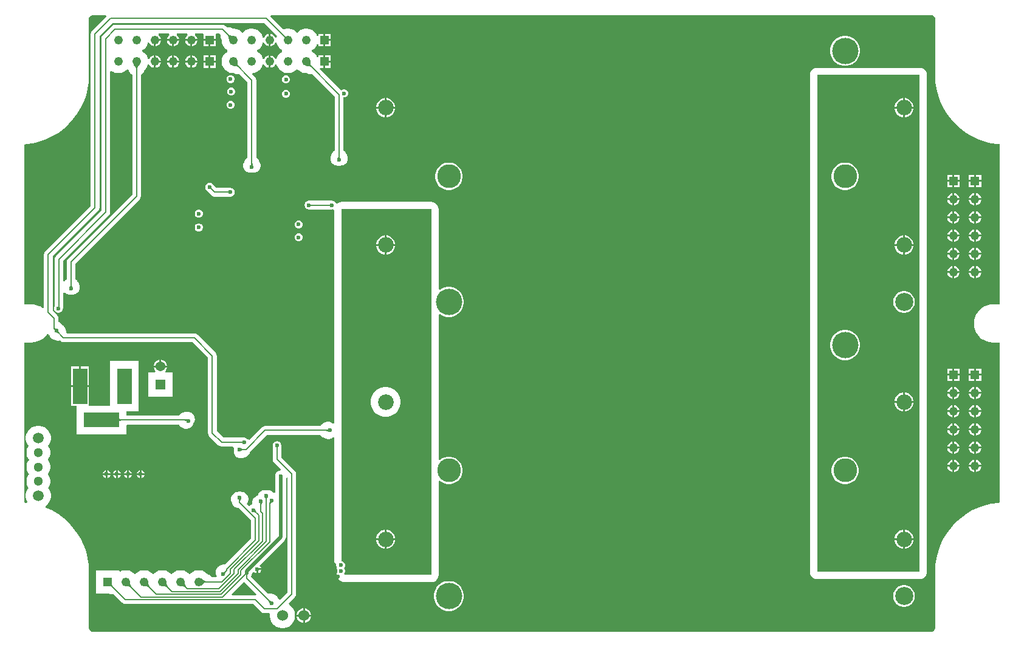
<source format=gbl>
G04*
G04 #@! TF.GenerationSoftware,Altium Limited,Altium Designer,24.5.2 (23)*
G04*
G04 Layer_Physical_Order=2*
G04 Layer_Color=16711680*
%FSLAX44Y44*%
%MOMM*%
G71*
G04*
G04 #@! TF.SameCoordinates,7688A6CE-4724-4EBB-A06F-6B4FEE905E02*
G04*
G04*
G04 #@! TF.FilePolarity,Positive*
G04*
G01*
G75*
%ADD59C,0.2032*%
%ADD60C,0.5000*%
%ADD63C,1.5000*%
%ADD64C,1.3000*%
%ADD65C,1.5240*%
%ADD66R,1.2200X1.2200*%
%ADD67C,1.2200*%
%ADD68C,1.3700*%
%ADD69R,1.3700X1.3700*%
%ADD70R,2.0000X5.0000*%
%ADD71R,5.0000X2.0000*%
%ADD72R,1.2200X1.2200*%
%ADD73C,3.3100*%
%ADD74C,2.5100*%
%ADD75C,3.6800*%
%ADD76C,2.1750*%
%ADD77C,0.6000*%
G36*
X1270000Y864392D02*
D01*
X1271706Y864119D01*
X1273153Y863153D01*
X1274119Y861706D01*
X1274127Y861668D01*
X1274392Y860000D01*
X1274422Y859849D01*
X1274422Y858222D01*
X1274426Y782465D01*
X1274461Y782290D01*
X1274409Y781231D01*
X1274876Y771738D01*
X1276270Y762336D01*
X1278580Y753116D01*
X1281782Y744167D01*
X1285845Y735575D01*
X1290732Y727423D01*
X1296393Y719789D01*
X1302776Y712746D01*
X1309819Y706364D01*
X1317453Y700702D01*
X1325605Y695815D01*
X1334197Y691752D01*
X1343146Y688550D01*
X1352366Y686240D01*
X1361768Y684846D01*
X1364392Y684717D01*
Y461608D01*
X1355000D01*
X1355000Y461608D01*
Y461608D01*
X1354785Y461565D01*
X1350842Y461255D01*
X1346786Y460281D01*
X1342932Y458685D01*
X1339375Y456505D01*
X1336204Y453796D01*
X1333495Y450625D01*
X1331315Y447068D01*
X1329719Y443214D01*
X1328745Y439158D01*
X1328418Y435000D01*
X1328745Y430842D01*
X1329719Y426786D01*
X1331315Y422932D01*
X1333495Y419375D01*
X1336204Y416204D01*
X1339375Y413495D01*
X1342932Y411315D01*
X1346786Y409719D01*
X1350842Y408745D01*
X1354785Y408435D01*
X1355000Y408392D01*
X1364392D01*
Y185287D01*
X1361771Y185159D01*
X1352368Y183764D01*
X1343148Y181454D01*
X1334198Y178252D01*
X1325605Y174188D01*
X1317453Y169301D01*
X1309818Y163639D01*
X1302775Y157255D01*
X1296391Y150212D01*
X1290729Y142578D01*
X1285842Y134424D01*
X1281778Y125832D01*
X1278576Y116882D01*
X1276266Y107662D01*
X1274871Y98259D01*
X1274405Y88765D01*
X1274457Y87705D01*
X1274422Y87530D01*
Y10151D01*
X1274392Y10000D01*
X1274392D01*
X1274127Y8332D01*
X1274119Y8294D01*
X1273153Y6847D01*
X1271706Y5881D01*
X1270167Y5574D01*
X1270000Y5608D01*
X100000D01*
X99833Y5574D01*
X98294Y5881D01*
X96847Y6847D01*
X95881Y8294D01*
X95873Y8332D01*
X95608Y10000D01*
X95608D01*
X95578Y10151D01*
Y87530D01*
X95543Y87705D01*
X95595Y88765D01*
X95129Y98259D01*
X93734Y107662D01*
X91424Y116882D01*
X88222Y125832D01*
X84158Y134424D01*
X79271Y142578D01*
X73609Y150212D01*
X67225Y157255D01*
X60182Y163639D01*
X52547Y169301D01*
X44394Y174188D01*
X35802Y178252D01*
X35041Y178524D01*
X34798Y180500D01*
X36156Y181407D01*
X38593Y183844D01*
X40508Y186711D01*
X41828Y189895D01*
X42500Y193276D01*
Y196724D01*
X41828Y200105D01*
X40508Y203289D01*
X38764Y205900D01*
X39622Y207184D01*
X40866Y210187D01*
X41500Y213375D01*
Y216625D01*
X40866Y219813D01*
X39622Y222816D01*
X38163Y225000D01*
X39622Y227184D01*
X40866Y230187D01*
X41500Y233375D01*
Y236625D01*
X40866Y239813D01*
X39622Y242816D01*
X38163Y245000D01*
X39622Y247184D01*
X40866Y250187D01*
X41500Y253375D01*
Y256625D01*
X40866Y259813D01*
X39622Y262816D01*
X38764Y264100D01*
X40508Y266711D01*
X41828Y269895D01*
X42500Y273276D01*
Y276724D01*
X41828Y280105D01*
X40508Y283289D01*
X38593Y286156D01*
X36156Y288593D01*
X33289Y290508D01*
X30105Y291828D01*
X26724Y292500D01*
X23276D01*
X19895Y291828D01*
X16711Y290508D01*
X13844Y288593D01*
X11407Y286156D01*
X9492Y283289D01*
X8173Y280105D01*
X7500Y276724D01*
Y273276D01*
X8173Y269895D01*
X9492Y266711D01*
X11236Y264100D01*
X10378Y262816D01*
X9134Y259813D01*
X8500Y256625D01*
Y253375D01*
X9134Y250187D01*
X10378Y247184D01*
X11837Y245000D01*
X10378Y242816D01*
X9134Y239813D01*
X8500Y236625D01*
Y233375D01*
X9134Y230187D01*
X10378Y227184D01*
X11837Y225000D01*
X10378Y222816D01*
X9134Y219813D01*
X8500Y216625D01*
Y213375D01*
X9134Y210187D01*
X10378Y207184D01*
X11236Y205900D01*
X9492Y203289D01*
X8173Y200105D01*
X7500Y196724D01*
Y193276D01*
X8173Y189895D01*
X9466Y186773D01*
X9143Y185942D01*
X8612Y185102D01*
X8229Y185159D01*
X5608Y185287D01*
Y408392D01*
X15000D01*
X15000Y408392D01*
Y408392D01*
X15215Y408435D01*
X19158Y408745D01*
X23214Y409719D01*
X27068Y411315D01*
X30624Y413495D01*
X33796Y416204D01*
X36505Y419375D01*
X36835Y419914D01*
X37220Y420065D01*
X38759Y420019D01*
X38923Y419917D01*
X39293Y419512D01*
X39686Y418954D01*
X40177Y418544D01*
X40608Y418072D01*
X40900Y417885D01*
X41177Y417167D01*
X41249Y417069D01*
X41295Y416957D01*
X42024Y416007D01*
X42729Y415041D01*
X42824Y414964D01*
X42898Y414868D01*
X43848Y414139D01*
X44780Y413388D01*
X44890Y413339D01*
X44987Y413265D01*
X46093Y412807D01*
X47187Y412323D01*
X47307Y412304D01*
X47420Y412257D01*
X47620Y412231D01*
X47689Y412203D01*
X47849Y412089D01*
X48903Y411700D01*
X49940Y411270D01*
X50135Y411245D01*
X50319Y411176D01*
X51438Y411073D01*
X52550Y410927D01*
X52745Y410952D01*
X52941Y410934D01*
X54048Y411124D01*
X55068Y411258D01*
X55663Y410663D01*
X57653Y409333D01*
X60000Y408866D01*
X239959D01*
X261366Y387459D01*
Y282500D01*
X261833Y280153D01*
X263163Y278163D01*
X275952Y265373D01*
X277942Y264044D01*
X280289Y263577D01*
X296166D01*
X297365Y261799D01*
X297306Y261350D01*
Y257150D01*
X297462Y255964D01*
X297590Y254774D01*
X297634Y254660D01*
X297650Y254540D01*
X298108Y253434D01*
X298539Y252318D01*
X298611Y252219D01*
X298657Y252107D01*
X299386Y251157D01*
X300092Y250191D01*
X300186Y250114D01*
X300260Y250018D01*
X301210Y249289D01*
X302142Y248538D01*
X302253Y248489D01*
X302349Y248415D01*
X303455Y247957D01*
X304549Y247473D01*
X304669Y247454D01*
X304782Y247407D01*
X305968Y247251D01*
X307151Y247067D01*
X307272Y247080D01*
X307392Y247064D01*
X308578Y247220D01*
X309769Y247348D01*
X309882Y247391D01*
X310003Y247407D01*
X311108Y247865D01*
X312225Y248297D01*
X312323Y248368D01*
X312436Y248415D01*
X312596Y248538D01*
X312665Y248567D01*
X312858Y248600D01*
X313878Y249069D01*
X314916Y249499D01*
X315072Y249619D01*
X315250Y249701D01*
X316114Y250418D01*
X317005Y251102D01*
X317124Y251258D01*
X317276Y251383D01*
X317924Y252300D01*
X318608Y253191D01*
X318683Y253372D01*
X318796Y253533D01*
X319186Y254586D01*
X319615Y255623D01*
X319641Y255818D01*
X319709Y256003D01*
X319712Y256038D01*
X343541Y279866D01*
X417700D01*
X418326Y279050D01*
X418974Y278133D01*
X419126Y278008D01*
X419245Y277852D01*
X420136Y277168D01*
X421000Y276451D01*
X421178Y276369D01*
X421334Y276249D01*
X422372Y275819D01*
X423392Y275350D01*
X423585Y275317D01*
X423654Y275288D01*
X423814Y275165D01*
X423927Y275119D01*
X424025Y275047D01*
X425141Y274615D01*
X426247Y274157D01*
X426368Y274142D01*
X426481Y274098D01*
X427671Y273970D01*
X428858Y273814D01*
X428978Y273830D01*
X429099Y273817D01*
X430282Y274001D01*
X431468Y274157D01*
X431581Y274204D01*
X431701Y274223D01*
X432795Y274707D01*
X433901Y275165D01*
X433997Y275239D01*
X434109Y275288D01*
X435040Y276039D01*
X435636Y276496D01*
X436855Y276121D01*
X437414Y275703D01*
Y103540D01*
X437757Y100929D01*
X438765Y98497D01*
X440368Y96408D01*
X441001Y95922D01*
X440748Y94000D01*
X441092Y91389D01*
X441699Y89923D01*
X441572Y89448D01*
X441320Y88838D01*
X441233Y88182D01*
X441062Y87544D01*
X441062Y86883D01*
X440976Y86227D01*
X441062Y85572D01*
X441062Y84911D01*
X441233Y84272D01*
X441320Y83617D01*
X441572Y83006D01*
X441744Y82367D01*
X442480Y80589D01*
X442811Y80017D01*
X443064Y79406D01*
X443466Y78882D01*
X443797Y78309D01*
X444264Y77842D01*
X444666Y77317D01*
X445191Y76915D01*
X445658Y76447D01*
X446231Y76117D01*
X446755Y75714D01*
X447366Y75461D01*
X447939Y75131D01*
X448577Y74960D01*
X449188Y74707D01*
X449844Y74620D01*
X450482Y74449D01*
X451143D01*
X451799Y74363D01*
X572500D01*
X575111Y74707D01*
X577543Y75714D01*
X579632Y77317D01*
X581235Y79406D01*
X582243Y81839D01*
X582586Y84449D01*
Y215143D01*
X584229Y215824D01*
X584731Y215322D01*
X587858Y213233D01*
X591332Y211794D01*
X595020Y211060D01*
X598780D01*
X602468Y211794D01*
X605942Y213233D01*
X609069Y215322D01*
X611728Y217981D01*
X613817Y221108D01*
X615256Y224582D01*
X615990Y228270D01*
Y232030D01*
X615256Y235718D01*
X613817Y239193D01*
X611728Y242319D01*
X609069Y244978D01*
X605942Y247067D01*
X602468Y248506D01*
X598780Y249240D01*
X595020D01*
X591332Y248506D01*
X587858Y247067D01*
X584731Y244978D01*
X584229Y244476D01*
X582586Y245157D01*
Y447241D01*
X584364Y448192D01*
X586981Y446443D01*
X590792Y444865D01*
X594838Y444060D01*
X598962D01*
X603008Y444865D01*
X606819Y446443D01*
X610248Y448735D01*
X613165Y451651D01*
X615457Y455081D01*
X617035Y458892D01*
X617840Y462938D01*
Y467062D01*
X617035Y471108D01*
X615457Y474919D01*
X613165Y478348D01*
X610248Y481265D01*
X606819Y483557D01*
X603008Y485135D01*
X598962Y485940D01*
X594838D01*
X590792Y485135D01*
X586981Y483557D01*
X584364Y481808D01*
X582586Y482759D01*
Y594449D01*
X582243Y597060D01*
X581235Y599492D01*
X579632Y601581D01*
X577543Y603184D01*
X575111Y604192D01*
X572500Y604536D01*
X447500D01*
X444889Y604192D01*
X442457Y603184D01*
X441465Y602423D01*
X441090Y602407D01*
X439263Y602952D01*
X438337Y604337D01*
X436347Y605667D01*
X434000Y606134D01*
X402000D01*
X399653Y605667D01*
X397663Y604337D01*
X396333Y602347D01*
X395866Y600000D01*
X396333Y597653D01*
X397663Y595663D01*
X399653Y594333D01*
X402000Y593866D01*
X434000D01*
X435636Y594192D01*
X437183Y593215D01*
X437414Y592907D01*
Y296297D01*
X436855Y295879D01*
X435636Y295504D01*
X435040Y295961D01*
X434109Y296712D01*
X433997Y296761D01*
X433901Y296835D01*
X432795Y297293D01*
X431701Y297777D01*
X431581Y297796D01*
X431468Y297843D01*
X430282Y297999D01*
X429099Y298183D01*
X428978Y298170D01*
X428858Y298186D01*
X427672Y298030D01*
X426481Y297902D01*
X426368Y297859D01*
X426247Y297843D01*
X425141Y297385D01*
X424025Y296953D01*
X423927Y296882D01*
X423814Y296835D01*
X423654Y296712D01*
X423585Y296683D01*
X423392Y296650D01*
X422372Y296181D01*
X421334Y295751D01*
X421178Y295631D01*
X421000Y295549D01*
X420136Y294832D01*
X419245Y294148D01*
X419126Y293992D01*
X418974Y293867D01*
X418326Y292950D01*
X417700Y292134D01*
X341000D01*
X338653Y291667D01*
X336663Y290337D01*
X319350Y273024D01*
X317067Y273256D01*
X316537Y274048D01*
X314548Y275378D01*
X312200Y275844D01*
X282830D01*
X273634Y285041D01*
Y390000D01*
X273167Y392347D01*
X271837Y394337D01*
X246837Y419337D01*
X244847Y420667D01*
X242500Y421134D01*
X65297D01*
X64074Y422450D01*
X63927Y423563D01*
X63823Y424681D01*
X63755Y424865D01*
X63730Y425060D01*
X63300Y426097D01*
X62911Y427151D01*
X62797Y427311D01*
X62769Y427380D01*
X62742Y427580D01*
X62696Y427693D01*
X62677Y427813D01*
X62193Y428908D01*
X61735Y430013D01*
X61661Y430109D01*
X61612Y430221D01*
X60861Y431152D01*
X60132Y432102D01*
X60036Y432176D01*
X59959Y432271D01*
X58992Y432976D01*
X58043Y433705D01*
X57931Y433751D01*
X57833Y433823D01*
X57540Y433936D01*
X57244Y434256D01*
X56873Y434783D01*
X56353Y435217D01*
X55892Y435714D01*
X55346Y436057D01*
X54851Y436470D01*
X54237Y436755D01*
X53663Y437116D01*
X53271Y437237D01*
X53134Y437342D01*
Y442000D01*
X52667Y444347D01*
X51337Y446337D01*
X44883Y452792D01*
Y528208D01*
X108337Y591663D01*
X109667Y593653D01*
X110134Y596000D01*
Y835459D01*
X128541Y853866D01*
X340159D01*
X357837Y836189D01*
X357219Y834696D01*
X357046Y833825D01*
X356137Y833562D01*
X355191Y833613D01*
X354214Y835305D01*
X352605Y836914D01*
X350635Y838051D01*
X348570Y838605D01*
Y830000D01*
Y821396D01*
X350635Y821949D01*
X352605Y823086D01*
X354214Y824695D01*
X355191Y826387D01*
X356137Y826438D01*
X357046Y826175D01*
X357219Y825304D01*
X358432Y822374D01*
X360194Y819737D01*
X362437Y817494D01*
X364649Y816016D01*
X364832Y815265D01*
Y814735D01*
X364649Y813984D01*
X362437Y812506D01*
X360194Y810263D01*
X358432Y807626D01*
X357219Y804696D01*
X357046Y803825D01*
X356137Y803562D01*
X355191Y803613D01*
X354214Y805305D01*
X352605Y806914D01*
X350635Y808051D01*
X348570Y808605D01*
Y800000D01*
Y791396D01*
X350635Y791949D01*
X352605Y793086D01*
X354214Y794695D01*
X355191Y796387D01*
X356137Y796438D01*
X357046Y796175D01*
X357219Y795304D01*
X358432Y792374D01*
X360194Y789737D01*
X362437Y787494D01*
X365074Y785732D01*
X368004Y784519D01*
X371114Y783900D01*
X374286D01*
X377396Y784519D01*
X380326Y785732D01*
X382963Y787494D01*
X384177Y788708D01*
X385400Y789596D01*
X386623Y788708D01*
X387837Y787494D01*
X390474Y785732D01*
X393404Y784519D01*
X396514Y783900D01*
X397471D01*
X398088Y783814D01*
X398667Y783810D01*
X399079Y783783D01*
X399180Y783706D01*
X399528Y783561D01*
X399843Y783355D01*
X400740Y783059D01*
X401612Y782698D01*
X401986Y782649D01*
X402344Y782531D01*
X403287Y782477D01*
X404223Y782354D01*
X404596Y782403D01*
X404973Y782382D01*
X405897Y782575D01*
X406740Y782686D01*
X437866Y751559D01*
Y676300D01*
X437050Y675674D01*
X436133Y675025D01*
X436008Y674874D01*
X435852Y674755D01*
X435168Y673864D01*
X434451Y673000D01*
X434369Y672822D01*
X434249Y672666D01*
X433819Y671628D01*
X433350Y670608D01*
X433317Y670415D01*
X433288Y670346D01*
X433165Y670186D01*
X433119Y670073D01*
X433047Y669975D01*
X432615Y668859D01*
X432157Y667753D01*
X432141Y667632D01*
X432098Y667519D01*
X431970Y666329D01*
X431814Y665142D01*
X431830Y665022D01*
X431817Y664901D01*
X432001Y663718D01*
X432157Y662532D01*
X432204Y662420D01*
X432223Y662299D01*
X432707Y661205D01*
X433165Y660099D01*
X433239Y660003D01*
X433288Y659892D01*
X434039Y658960D01*
X434768Y658010D01*
X434864Y657936D01*
X434941Y657842D01*
X435907Y657136D01*
X436857Y656407D01*
X436969Y656361D01*
X437067Y656289D01*
X438184Y655858D01*
X439289Y655400D01*
X439410Y655384D01*
X439524Y655340D01*
X440714Y655212D01*
X441900Y655056D01*
X446100D01*
X447286Y655212D01*
X448476Y655340D01*
X448590Y655384D01*
X448711Y655400D01*
X449816Y655858D01*
X450933Y656289D01*
X451031Y656361D01*
X451143Y656407D01*
X452093Y657136D01*
X453059Y657842D01*
X453136Y657936D01*
X453232Y658010D01*
X453961Y658960D01*
X454712Y659892D01*
X454761Y660003D01*
X454835Y660099D01*
X455293Y661205D01*
X455777Y662299D01*
X455796Y662420D01*
X455843Y662532D01*
X455999Y663718D01*
X456183Y664901D01*
X456170Y665022D01*
X456186Y665142D01*
X456030Y666328D01*
X455902Y667519D01*
X455858Y667632D01*
X455843Y667753D01*
X455385Y668858D01*
X454953Y669975D01*
X454882Y670073D01*
X454835Y670186D01*
X454712Y670346D01*
X454683Y670415D01*
X454650Y670608D01*
X454181Y671628D01*
X453751Y672666D01*
X453631Y672822D01*
X453549Y673000D01*
X452832Y673864D01*
X452148Y674755D01*
X451992Y674874D01*
X451867Y675025D01*
X450950Y675674D01*
X450134Y676300D01*
Y750149D01*
X451934D01*
X453970Y750992D01*
X455528Y752551D01*
X456372Y754587D01*
Y756791D01*
X455528Y758827D01*
X453970Y760385D01*
X451934Y761229D01*
X449730D01*
X447693Y760385D01*
X447041Y759733D01*
X417057Y789717D01*
X417738Y791360D01*
X422230D01*
Y800000D01*
Y808640D01*
X414860D01*
Y806255D01*
X413082Y805902D01*
X412368Y807626D01*
X410606Y810263D01*
X408363Y812506D01*
X406151Y813984D01*
X405969Y814735D01*
Y815265D01*
X406151Y816016D01*
X408363Y817494D01*
X410606Y819737D01*
X412368Y822374D01*
X413082Y824099D01*
X414860Y823745D01*
Y821360D01*
X422230D01*
Y830000D01*
Y838640D01*
X414860D01*
Y836255D01*
X413082Y835902D01*
X412368Y837626D01*
X410606Y840263D01*
X408363Y842506D01*
X405726Y844268D01*
X402796Y845481D01*
X399686Y846100D01*
X396514D01*
X393404Y845481D01*
X390474Y844268D01*
X387837Y842506D01*
X386623Y841292D01*
X385400Y840404D01*
X384177Y841292D01*
X382963Y842506D01*
X380326Y844268D01*
X377396Y845481D01*
X374286Y846100D01*
X371114D01*
X368004Y845481D01*
X366511Y844863D01*
X348760Y862614D01*
X349497Y864392D01*
X1268261D01*
X1270000Y864392D01*
D02*
G37*
G36*
X404206Y799058D02*
X404312Y797480D01*
X404411Y796782D01*
X404542Y796145D01*
X404703Y795570D01*
X404896Y795055D01*
X405119Y794602D01*
X405374Y794209D01*
X405659Y793877D01*
X404223Y792440D01*
X403891Y792726D01*
X403498Y792981D01*
X403045Y793204D01*
X402530Y793397D01*
X401955Y793558D01*
X401318Y793689D01*
X400620Y793788D01*
X399042Y793894D01*
X398161Y793900D01*
X404200Y799939D01*
X404206Y799058D01*
D02*
G37*
G36*
X445027Y667343D02*
X445059Y667070D01*
X445113Y666804D01*
X445189Y666545D01*
X445287Y666294D01*
X445406Y666049D01*
X445547Y665812D01*
X445710Y665582D01*
X445894Y665359D01*
X446100Y665142D01*
X441900D01*
X442106Y665359D01*
X442290Y665582D01*
X442453Y665812D01*
X442594Y666049D01*
X442713Y666294D01*
X442811Y666545D01*
X442886Y666804D01*
X442941Y667070D01*
X442973Y667343D01*
X442984Y667623D01*
X445016D01*
X445027Y667343D01*
D02*
G37*
G36*
X100000Y864392D02*
X119203D01*
X119940Y862614D01*
X99663Y842337D01*
X98333Y840347D01*
X97866Y838000D01*
Y598541D01*
X34411Y535086D01*
X33082Y533096D01*
X32615Y530749D01*
Y456929D01*
X31000Y456184D01*
X30624Y456505D01*
X27068Y458685D01*
X23214Y460281D01*
X19158Y461255D01*
X15215Y461565D01*
X15000Y461608D01*
X5578D01*
Y684711D01*
X8229Y684841D01*
X17631Y686236D01*
X26852Y688546D01*
X35802Y691748D01*
X44394Y695812D01*
X52547Y700699D01*
X60182Y706361D01*
X67225Y712745D01*
X73609Y719788D01*
X79271Y727422D01*
X84158Y735575D01*
X88222Y744168D01*
X91424Y753118D01*
X93734Y762339D01*
X95129Y771741D01*
X95595Y781235D01*
X95543Y782295D01*
X95578Y782470D01*
Y859849D01*
X95608Y860000D01*
X95608D01*
X95873Y861668D01*
X95881Y861706D01*
X96847Y863153D01*
X98294Y864119D01*
X99833Y864426D01*
X100000Y864392D01*
D02*
G37*
G36*
X47928Y428691D02*
X48323Y428360D01*
X48508Y428230D01*
X48686Y428124D01*
X48855Y428041D01*
X49017Y427983D01*
X49170Y427948D01*
X49316Y427937D01*
X49454Y427950D01*
X47105Y425787D01*
X47129Y425923D01*
X47130Y426066D01*
X47107Y426216D01*
X47060Y426373D01*
X46989Y426536D01*
X46895Y426707D01*
X46777Y426884D01*
X46636Y427068D01*
X46471Y427258D01*
X46282Y427456D01*
X47718Y428893D01*
X47928Y428691D01*
D02*
G37*
G36*
X53007Y424672D02*
X53035Y424384D01*
X53082Y424106D01*
X53151Y423838D01*
X53239Y423581D01*
X53348Y423334D01*
X53477Y423098D01*
X53627Y422871D01*
X53797Y422655D01*
X53987Y422450D01*
X52550Y421013D01*
X52345Y421203D01*
X52129Y421373D01*
X51902Y421523D01*
X51666Y421652D01*
X51419Y421761D01*
X51162Y421849D01*
X50894Y421918D01*
X50616Y421965D01*
X50328Y421993D01*
X50030Y422000D01*
X53000Y424970D01*
X53007Y424672D01*
D02*
G37*
G36*
X428858Y283900D02*
X428642Y284106D01*
X428418Y284290D01*
X428188Y284453D01*
X427951Y284594D01*
X427706Y284713D01*
X427455Y284811D01*
X427196Y284886D01*
X426930Y284941D01*
X426657Y284973D01*
X426377Y284984D01*
Y287016D01*
X426657Y287027D01*
X426930Y287059D01*
X427196Y287114D01*
X427455Y287189D01*
X427706Y287287D01*
X427951Y287406D01*
X428188Y287547D01*
X428418Y287710D01*
X428642Y287894D01*
X428858Y288100D01*
Y283900D01*
D02*
G37*
G36*
X307609Y261144D02*
X307832Y260960D01*
X308062Y260797D01*
X308299Y260656D01*
X308544Y260537D01*
X308795Y260439D01*
X309054Y260364D01*
X309320Y260309D01*
X309593Y260277D01*
X309873Y260266D01*
Y258234D01*
X309593Y258223D01*
X309320Y258191D01*
X309054Y258136D01*
X308795Y258061D01*
X308544Y257963D01*
X308299Y257844D01*
X308062Y257703D01*
X307832Y257540D01*
X307609Y257356D01*
X307392Y257150D01*
Y261350D01*
X307609Y261144D01*
D02*
G37*
G36*
X572500Y84449D02*
X451799D01*
X451062Y86227D01*
X451697Y86862D01*
X452540Y88898D01*
Y91102D01*
X451697Y93138D01*
X450835Y94000D01*
X451697Y94862D01*
X452540Y96898D01*
Y99102D01*
X451697Y101138D01*
X450138Y102697D01*
X448102Y103540D01*
X447500D01*
Y594449D01*
X572500D01*
Y84449D01*
D02*
G37*
%LPC*%
G36*
X432140Y838640D02*
X424770D01*
Y831270D01*
X432140D01*
Y838640D01*
D02*
G37*
G36*
X281500Y851134D02*
X132000D01*
X129653Y850667D01*
X127663Y849337D01*
X114663Y836337D01*
X113333Y834347D01*
X112866Y832000D01*
Y592541D01*
X49199Y528873D01*
X47869Y526884D01*
X47402Y524536D01*
Y458451D01*
X47333Y458347D01*
X46866Y456000D01*
X47333Y453653D01*
X48663Y451663D01*
X50653Y450333D01*
X53000Y449866D01*
X55347Y450333D01*
X57337Y451663D01*
X57874Y452199D01*
X59203Y454189D01*
X59670Y456536D01*
Y477737D01*
X61435Y478358D01*
X61531Y478284D01*
X61608Y478189D01*
X62574Y477483D01*
X63524Y476755D01*
X63636Y476708D01*
X63734Y476637D01*
X64851Y476205D01*
X65956Y475747D01*
X66077Y475731D01*
X66191Y475687D01*
X67381Y475560D01*
X68567Y475403D01*
X72767D01*
X73953Y475560D01*
X75143Y475687D01*
X75257Y475731D01*
X75377Y475747D01*
X76483Y476205D01*
X77600Y476637D01*
X77698Y476708D01*
X77810Y476755D01*
X78759Y477483D01*
X79726Y478189D01*
X79802Y478284D01*
X79899Y478358D01*
X80628Y479307D01*
X81379Y480239D01*
X81428Y480350D01*
X81502Y480447D01*
X81960Y481552D01*
X82444Y482647D01*
X82463Y482767D01*
X82509Y482879D01*
X82666Y484065D01*
X82850Y485248D01*
X82837Y485369D01*
X82853Y485490D01*
X82697Y486675D01*
X82569Y487866D01*
X82525Y487980D01*
X82509Y488100D01*
X82052Y489206D01*
X81620Y490322D01*
X81549Y490420D01*
X81502Y490533D01*
X81379Y490693D01*
X81350Y490762D01*
X81317Y490956D01*
X80848Y491976D01*
X80418Y493013D01*
X80298Y493169D01*
X80216Y493348D01*
X79499Y494211D01*
X78815Y495102D01*
X78659Y495222D01*
X78534Y495373D01*
X77617Y496021D01*
X76801Y496648D01*
Y518126D01*
X166237Y607563D01*
X167567Y609553D01*
X168034Y611900D01*
Y781648D01*
X168708Y782165D01*
X169498Y782683D01*
X169749Y782964D01*
X170048Y783193D01*
X170623Y783942D01*
X171252Y784647D01*
X171422Y784983D01*
X171651Y785282D01*
X172012Y786154D01*
X172438Y786998D01*
X172514Y787367D01*
X172659Y787715D01*
X172675Y787840D01*
X172947Y788151D01*
X173354Y788564D01*
X173729Y789060D01*
X174406Y789737D01*
X176168Y792374D01*
X177381Y795304D01*
X177554Y796175D01*
X178463Y796438D01*
X179410Y796387D01*
X180386Y794695D01*
X181995Y793086D01*
X183965Y791949D01*
X186030Y791395D01*
Y800000D01*
Y808605D01*
X183965Y808051D01*
X181995Y806914D01*
X180386Y805305D01*
X179410Y803613D01*
X178463Y803562D01*
X177554Y803825D01*
X177381Y804696D01*
X176168Y807626D01*
X174406Y810263D01*
X172163Y812506D01*
X169951Y813984D01*
X169769Y814735D01*
Y815265D01*
X169951Y816016D01*
X172163Y817494D01*
X174406Y819737D01*
X176168Y822374D01*
X177381Y825304D01*
X177554Y826175D01*
X178463Y826438D01*
X179410Y826387D01*
X180386Y824695D01*
X181995Y823086D01*
X183965Y821949D01*
X186030Y821395D01*
Y830000D01*
X187300D01*
Y831270D01*
X195905D01*
X195351Y833335D01*
X194214Y835305D01*
X192605Y836914D01*
X192303Y837088D01*
X192779Y838866D01*
X207221D01*
X207697Y837088D01*
X207395Y836914D01*
X205786Y835305D01*
X204649Y833335D01*
X204095Y831270D01*
X221304D01*
X220751Y833335D01*
X219614Y835305D01*
X218005Y836914D01*
X217703Y837088D01*
X218179Y838866D01*
X232621D01*
X233097Y837088D01*
X232795Y836914D01*
X231186Y835305D01*
X230049Y833335D01*
X229496Y831270D01*
X246705D01*
X246151Y833335D01*
X245014Y835305D01*
X243405Y836914D01*
X243103Y837088D01*
X243579Y838866D01*
X253176D01*
X254860Y838640D01*
X254860Y837088D01*
Y831270D01*
X272140D01*
Y837088D01*
X272140Y838640D01*
X273824Y838866D01*
X277422D01*
X278082Y838439D01*
X278927Y837088D01*
X278882Y836873D01*
X278903Y836496D01*
X278854Y836123D01*
X278977Y835187D01*
X279031Y834244D01*
X279149Y833886D01*
X279198Y833512D01*
X279559Y832640D01*
X279855Y831743D01*
X280061Y831428D01*
X280205Y831080D01*
X280282Y830979D01*
X280310Y830567D01*
X280314Y829988D01*
X280400Y829371D01*
Y828414D01*
X281019Y825304D01*
X282232Y822374D01*
X283994Y819737D01*
X286237Y817494D01*
X288449Y816016D01*
X288631Y815265D01*
Y814735D01*
X288449Y813984D01*
X286237Y812506D01*
X283994Y810263D01*
X282232Y807626D01*
X281019Y804696D01*
X280400Y801586D01*
Y798414D01*
X281019Y795304D01*
X282232Y792374D01*
X283994Y789737D01*
X286237Y787494D01*
X288874Y785732D01*
X291804Y784519D01*
X294914Y783900D01*
X295871D01*
X296488Y783814D01*
X297067Y783810D01*
X297479Y783783D01*
X297580Y783706D01*
X297928Y783561D01*
X298243Y783355D01*
X299140Y783059D01*
X300012Y782698D01*
X300386Y782649D01*
X300744Y782531D01*
X301687Y782477D01*
X302623Y782354D01*
X302996Y782403D01*
X303373Y782382D01*
X304297Y782575D01*
X305140Y782686D01*
X316366Y771459D01*
Y666300D01*
X315550Y665674D01*
X314633Y665025D01*
X314508Y664874D01*
X314352Y664755D01*
X313668Y663864D01*
X312951Y663000D01*
X312869Y662822D01*
X312749Y662666D01*
X312319Y661628D01*
X311850Y660608D01*
X311817Y660415D01*
X311788Y660346D01*
X311665Y660185D01*
X311618Y660073D01*
X311547Y659975D01*
X311115Y658859D01*
X310657Y657753D01*
X310641Y657632D01*
X310598Y657519D01*
X310470Y656329D01*
X310314Y655142D01*
X310330Y655022D01*
X310317Y654901D01*
X310501Y653718D01*
X310657Y652532D01*
X310704Y652420D01*
X310723Y652299D01*
X311207Y651205D01*
X311665Y650099D01*
X311739Y650003D01*
X311788Y649892D01*
X312539Y648960D01*
X313268Y648010D01*
X313364Y647936D01*
X313441Y647842D01*
X314407Y647136D01*
X315357Y646407D01*
X315469Y646361D01*
X315567Y646289D01*
X316684Y645858D01*
X317789Y645400D01*
X317910Y645384D01*
X318023Y645340D01*
X319214Y645212D01*
X320400Y645056D01*
X324600D01*
X325786Y645212D01*
X326977Y645340D01*
X327090Y645384D01*
X327211Y645400D01*
X328316Y645858D01*
X329432Y646289D01*
X329531Y646361D01*
X329643Y646407D01*
X330593Y647136D01*
X331559Y647842D01*
X331636Y647936D01*
X331732Y648010D01*
X332461Y648960D01*
X333212Y649892D01*
X333261Y650003D01*
X333335Y650099D01*
X333793Y651205D01*
X334277Y652299D01*
X334296Y652420D01*
X334343Y652532D01*
X334499Y653718D01*
X334683Y654901D01*
X334670Y655022D01*
X334686Y655142D01*
X334530Y656328D01*
X334402Y657519D01*
X334358Y657632D01*
X334343Y657753D01*
X333885Y658858D01*
X333453Y659975D01*
X333382Y660073D01*
X333335Y660185D01*
X333212Y660346D01*
X333183Y660415D01*
X333150Y660608D01*
X332681Y661628D01*
X332251Y662666D01*
X332131Y662822D01*
X332049Y663000D01*
X331332Y663864D01*
X330648Y664755D01*
X330492Y664874D01*
X330367Y665025D01*
X329450Y665674D01*
X328634Y666300D01*
Y774000D01*
X328167Y776347D01*
X326837Y778337D01*
X322838Y782337D01*
X322925Y782545D01*
X323739Y783950D01*
X326596Y784519D01*
X329526Y785732D01*
X332163Y787494D01*
X334406Y789737D01*
X336168Y792374D01*
X337381Y795304D01*
X337555Y796175D01*
X338463Y796438D01*
X339409Y796387D01*
X340386Y794695D01*
X341995Y793086D01*
X343965Y791949D01*
X346030Y791396D01*
Y800000D01*
Y808605D01*
X343965Y808051D01*
X341995Y806914D01*
X340386Y805305D01*
X339409Y803613D01*
X338463Y803562D01*
X337555Y803825D01*
X337381Y804696D01*
X336168Y807626D01*
X334406Y810263D01*
X332163Y812506D01*
X329951Y813984D01*
X329768Y814735D01*
Y815265D01*
X329951Y816016D01*
X332163Y817494D01*
X334406Y819737D01*
X336168Y822374D01*
X337381Y825304D01*
X337555Y826175D01*
X338463Y826438D01*
X339409Y826387D01*
X340386Y824695D01*
X341995Y823086D01*
X343965Y821949D01*
X346030Y821396D01*
Y830000D01*
Y838605D01*
X343965Y838051D01*
X341995Y836914D01*
X340386Y835305D01*
X339409Y833613D01*
X338463Y833562D01*
X337555Y833825D01*
X337381Y834696D01*
X336168Y837626D01*
X334406Y840263D01*
X332163Y842506D01*
X329526Y844268D01*
X326596Y845481D01*
X323486Y846100D01*
X320314D01*
X317204Y845481D01*
X314274Y844268D01*
X311637Y842506D01*
X310423Y841292D01*
X309200Y840404D01*
X307977Y841292D01*
X306763Y842506D01*
X304126Y844268D01*
X301196Y845481D01*
X298086Y846100D01*
X297129D01*
X296512Y846186D01*
X295933Y846190D01*
X295521Y846218D01*
X295420Y846294D01*
X295072Y846439D01*
X294757Y846645D01*
X293860Y846941D01*
X292988Y847302D01*
X292614Y847351D01*
X292256Y847469D01*
X291313Y847523D01*
X290377Y847646D01*
X290004Y847597D01*
X289627Y847618D01*
X288703Y847425D01*
X287860Y847315D01*
X285837Y849337D01*
X283847Y850667D01*
X281500Y851134D01*
D02*
G37*
G36*
X246705Y828730D02*
X239370D01*
Y821395D01*
X241435Y821949D01*
X243405Y823086D01*
X245014Y824695D01*
X246151Y826665D01*
X246705Y828730D01*
D02*
G37*
G36*
X236830D02*
X229496D01*
X230049Y826665D01*
X231186Y824695D01*
X232795Y823086D01*
X234765Y821949D01*
X236830Y821395D01*
Y828730D01*
D02*
G37*
G36*
X221304D02*
X213970D01*
Y821395D01*
X216035Y821949D01*
X218005Y823086D01*
X219614Y824695D01*
X220751Y826665D01*
X221304Y828730D01*
D02*
G37*
G36*
X211430D02*
X204095D01*
X204649Y826665D01*
X205786Y824695D01*
X207395Y823086D01*
X209365Y821949D01*
X211430Y821395D01*
Y828730D01*
D02*
G37*
G36*
X195905D02*
X188570D01*
Y821395D01*
X190635Y821949D01*
X192605Y823086D01*
X194214Y824695D01*
X195351Y826665D01*
X195905Y828730D01*
D02*
G37*
G36*
X432140Y828730D02*
X424770D01*
Y821360D01*
X432140D01*
Y828730D01*
D02*
G37*
G36*
X272140Y828730D02*
X264770D01*
Y821360D01*
X272140D01*
Y828730D01*
D02*
G37*
G36*
X262230D02*
X254860D01*
Y821360D01*
X262230D01*
Y828730D01*
D02*
G37*
G36*
X432140Y808640D02*
X424770D01*
Y801270D01*
X432140D01*
Y808640D01*
D02*
G37*
G36*
X272140Y808640D02*
X264770D01*
Y801270D01*
X272140D01*
Y808640D01*
D02*
G37*
G36*
X262230D02*
X254860D01*
Y801270D01*
X262230D01*
Y808640D01*
D02*
G37*
G36*
X239370Y808605D02*
Y801270D01*
X246705D01*
X246151Y803335D01*
X245014Y805305D01*
X243405Y806914D01*
X241435Y808051D01*
X239370Y808605D01*
D02*
G37*
G36*
X236830D02*
X234765Y808051D01*
X232795Y806914D01*
X231186Y805305D01*
X230049Y803335D01*
X229496Y801270D01*
X236830D01*
Y808605D01*
D02*
G37*
G36*
X213970D02*
Y801270D01*
X221304D01*
X220751Y803335D01*
X219614Y805305D01*
X218005Y806914D01*
X216035Y808051D01*
X213970Y808605D01*
D02*
G37*
G36*
X211430D02*
X209365Y808051D01*
X207395Y806914D01*
X205786Y805305D01*
X204649Y803335D01*
X204095Y801270D01*
X211430D01*
Y808605D01*
D02*
G37*
G36*
X188570D02*
Y801270D01*
X195905D01*
X195351Y803335D01*
X194214Y805305D01*
X192605Y806914D01*
X190635Y808051D01*
X188570Y808605D01*
D02*
G37*
G36*
X1150962Y835940D02*
X1146838D01*
X1142792Y835135D01*
X1138981Y833557D01*
X1135552Y831265D01*
X1132635Y828348D01*
X1130343Y824919D01*
X1128765Y821108D01*
X1127960Y817062D01*
Y812938D01*
X1128765Y808892D01*
X1130343Y805081D01*
X1132635Y801652D01*
X1135552Y798735D01*
X1138981Y796443D01*
X1142792Y794865D01*
X1146838Y794060D01*
X1150962D01*
X1155008Y794865D01*
X1158819Y796443D01*
X1162249Y798735D01*
X1165165Y801652D01*
X1167457Y805081D01*
X1169035Y808892D01*
X1169840Y812938D01*
Y817062D01*
X1169035Y821108D01*
X1167457Y824919D01*
X1165165Y828348D01*
X1162249Y831265D01*
X1158819Y833557D01*
X1155008Y835135D01*
X1150962Y835940D01*
D02*
G37*
G36*
X246705Y798730D02*
X239370D01*
Y791395D01*
X241435Y791949D01*
X243405Y793086D01*
X245014Y794695D01*
X246151Y796665D01*
X246705Y798730D01*
D02*
G37*
G36*
X236830D02*
X229496D01*
X230049Y796665D01*
X231186Y794695D01*
X232795Y793086D01*
X234765Y791949D01*
X236830Y791395D01*
Y798730D01*
D02*
G37*
G36*
X221304D02*
X213970D01*
Y791395D01*
X216035Y791949D01*
X218005Y793086D01*
X219614Y794695D01*
X220751Y796665D01*
X221304Y798730D01*
D02*
G37*
G36*
X211430D02*
X204095D01*
X204649Y796665D01*
X205786Y794695D01*
X207395Y793086D01*
X209365Y791949D01*
X211430Y791395D01*
Y798730D01*
D02*
G37*
G36*
X195905D02*
X188570D01*
Y791395D01*
X190635Y791949D01*
X192605Y793086D01*
X194214Y794695D01*
X195351Y796665D01*
X195905Y798730D01*
D02*
G37*
G36*
X432140Y798730D02*
X424770D01*
Y791360D01*
X432140D01*
Y798730D01*
D02*
G37*
G36*
X272140Y798730D02*
X264770D01*
Y791360D01*
X272140D01*
Y798730D01*
D02*
G37*
G36*
X262230D02*
X254860D01*
Y791360D01*
X262230D01*
Y798730D01*
D02*
G37*
G36*
X293934Y781229D02*
X291730D01*
X289694Y780385D01*
X288135Y778827D01*
X287292Y776791D01*
Y774587D01*
X288135Y772551D01*
X289694Y770992D01*
X291730Y770149D01*
X293934D01*
X295970Y770992D01*
X297528Y772551D01*
X298372Y774587D01*
Y776791D01*
X297528Y778827D01*
X295970Y780385D01*
X293934Y781229D01*
D02*
G37*
G36*
X371102Y780540D02*
X368898D01*
X366862Y779697D01*
X365303Y778138D01*
X364460Y776102D01*
Y773898D01*
X365303Y771862D01*
X366862Y770303D01*
X368898Y769460D01*
X371102D01*
X373138Y770303D01*
X374697Y771862D01*
X375540Y773898D01*
Y776102D01*
X374697Y778138D01*
X373138Y779697D01*
X371102Y780540D01*
D02*
G37*
G36*
X294622Y763540D02*
X292418D01*
X290382Y762697D01*
X288824Y761138D01*
X287980Y759102D01*
Y756898D01*
X288824Y754862D01*
X290382Y753303D01*
X292418Y752460D01*
X294622D01*
X296658Y753303D01*
X298217Y754862D01*
X299060Y756898D01*
Y759102D01*
X298217Y761138D01*
X296658Y762697D01*
X294622Y763540D01*
D02*
G37*
G36*
X371102Y760540D02*
X368898D01*
X366862Y759697D01*
X365303Y758138D01*
X364460Y756102D01*
Y753898D01*
X365303Y751862D01*
X366862Y750303D01*
X368898Y749460D01*
X371102D01*
X373138Y750303D01*
X374697Y751862D01*
X375540Y753898D01*
Y756102D01*
X374697Y758138D01*
X373138Y759697D01*
X371102Y760540D01*
D02*
G37*
G36*
X510666Y749065D02*
X510170D01*
Y736920D01*
X522315D01*
Y737416D01*
X521401Y740828D01*
X519635Y743887D01*
X517137Y746385D01*
X514078Y748151D01*
X510666Y749065D01*
D02*
G37*
G36*
X507630D02*
X507134D01*
X503722Y748151D01*
X500663Y746385D01*
X498165Y743887D01*
X496399Y740828D01*
X495485Y737416D01*
Y736920D01*
X507630D01*
Y749065D01*
D02*
G37*
G36*
X293934Y745229D02*
X291730D01*
X289694Y744385D01*
X288135Y742827D01*
X287292Y740791D01*
Y738587D01*
X288135Y736551D01*
X289694Y734992D01*
X291730Y734149D01*
X293934D01*
X295970Y734992D01*
X297528Y736551D01*
X298372Y738587D01*
Y740791D01*
X297528Y742827D01*
X295970Y744385D01*
X293934Y745229D01*
D02*
G37*
G36*
X522315Y734380D02*
X510170D01*
Y722235D01*
X510666D01*
X514078Y723149D01*
X517137Y724915D01*
X519635Y727413D01*
X521401Y730472D01*
X522315Y733884D01*
Y734380D01*
D02*
G37*
G36*
X507630D02*
X495485D01*
Y733884D01*
X496399Y730472D01*
X498165Y727413D01*
X500663Y724915D01*
X503722Y723149D01*
X507134Y722235D01*
X507630D01*
Y734380D01*
D02*
G37*
G36*
X1308640Y642140D02*
X1301270D01*
Y634770D01*
X1308640D01*
Y642140D01*
D02*
G37*
G36*
X1298730D02*
X1291360D01*
Y634770D01*
X1298730D01*
Y642140D01*
D02*
G37*
G36*
X1338640D02*
X1331270D01*
Y634770D01*
X1338640D01*
Y642140D01*
D02*
G37*
G36*
X1328730D02*
X1321360D01*
Y634770D01*
X1328730D01*
Y642140D01*
D02*
G37*
G36*
X1338640Y632230D02*
X1331270D01*
Y624860D01*
X1338640D01*
Y632230D01*
D02*
G37*
G36*
X1328730D02*
X1321360D01*
Y624860D01*
X1328730D01*
Y632230D01*
D02*
G37*
G36*
X1308640Y632230D02*
X1301270D01*
Y624860D01*
X1308640D01*
Y632230D01*
D02*
G37*
G36*
X1298730D02*
X1291360D01*
Y624860D01*
X1298730D01*
Y632230D01*
D02*
G37*
G36*
X598780Y659240D02*
X595020D01*
X591332Y658506D01*
X587858Y657067D01*
X584731Y654978D01*
X582072Y652319D01*
X579983Y649193D01*
X578544Y645718D01*
X577810Y642030D01*
Y638270D01*
X578544Y634582D01*
X579983Y631107D01*
X582072Y627981D01*
X584731Y625322D01*
X587858Y623233D01*
X591332Y621794D01*
X595020Y621060D01*
X598780D01*
X602468Y621794D01*
X605942Y623233D01*
X609069Y625322D01*
X611728Y627981D01*
X613817Y631107D01*
X615256Y634582D01*
X615990Y638270D01*
Y642030D01*
X615256Y645718D01*
X613817Y649193D01*
X611728Y652319D01*
X609069Y654978D01*
X605942Y657067D01*
X602468Y658506D01*
X598780Y659240D01*
D02*
G37*
G36*
X263500Y631134D02*
X261153Y630667D01*
X259163Y629337D01*
X257833Y627347D01*
X257366Y625000D01*
X257833Y622653D01*
X259163Y620663D01*
X266163Y613663D01*
X268153Y612333D01*
X270500Y611866D01*
X292500D01*
X294847Y612333D01*
X296837Y613663D01*
X298167Y615653D01*
X298634Y618000D01*
X298167Y620347D01*
X296837Y622337D01*
X294847Y623667D01*
X292500Y624134D01*
X273041D01*
X267837Y629337D01*
X265847Y630667D01*
X263500Y631134D01*
D02*
G37*
G36*
X1301270Y616704D02*
Y609370D01*
X1308604D01*
X1308051Y611435D01*
X1306914Y613405D01*
X1305305Y615014D01*
X1303335Y616151D01*
X1301270Y616704D01*
D02*
G37*
G36*
X1298730D02*
X1296665Y616151D01*
X1294695Y615014D01*
X1293086Y613405D01*
X1291949Y611435D01*
X1291396Y609370D01*
X1298730D01*
Y616704D01*
D02*
G37*
G36*
X1331270Y616704D02*
Y609370D01*
X1338604D01*
X1338051Y611435D01*
X1336914Y613405D01*
X1335305Y615014D01*
X1333335Y616151D01*
X1331270Y616704D01*
D02*
G37*
G36*
X1328730Y616704D02*
X1326665Y616151D01*
X1324695Y615014D01*
X1323086Y613405D01*
X1321949Y611435D01*
X1321396Y609370D01*
X1328730D01*
Y616704D01*
D02*
G37*
G36*
X1338604Y606830D02*
X1331270D01*
Y599496D01*
X1333335Y600049D01*
X1335305Y601186D01*
X1336914Y602795D01*
X1338051Y604765D01*
X1338604Y606830D01*
D02*
G37*
G36*
X1308604Y606830D02*
X1301270D01*
Y599496D01*
X1303335Y600049D01*
X1305305Y601186D01*
X1306914Y602795D01*
X1308051Y604765D01*
X1308604Y606830D01*
D02*
G37*
G36*
X1298730D02*
X1291396D01*
X1291949Y604765D01*
X1293086Y602795D01*
X1294695Y601186D01*
X1296665Y600049D01*
X1298730Y599496D01*
Y606830D01*
D02*
G37*
G36*
X1328730Y606830D02*
X1321396D01*
X1321949Y604765D01*
X1323086Y602795D01*
X1324695Y601186D01*
X1326665Y600049D01*
X1328730Y599496D01*
Y606830D01*
D02*
G37*
G36*
X1301270Y591305D02*
Y583970D01*
X1308604D01*
X1308051Y586035D01*
X1306914Y588005D01*
X1305305Y589614D01*
X1303335Y590751D01*
X1301270Y591305D01*
D02*
G37*
G36*
X1298730D02*
X1296665Y590751D01*
X1294695Y589614D01*
X1293086Y588005D01*
X1291949Y586035D01*
X1291396Y583970D01*
X1298730D01*
Y591305D01*
D02*
G37*
G36*
X1331270Y591305D02*
Y583970D01*
X1338604D01*
X1338051Y586035D01*
X1336914Y588005D01*
X1335305Y589614D01*
X1333335Y590751D01*
X1331270Y591305D01*
D02*
G37*
G36*
X1328730Y591305D02*
X1326665Y590751D01*
X1324695Y589614D01*
X1323086Y588005D01*
X1321949Y586035D01*
X1321396Y583970D01*
X1328730D01*
Y591305D01*
D02*
G37*
G36*
X249602Y593540D02*
X247398D01*
X245362Y592697D01*
X243803Y591138D01*
X242960Y589102D01*
Y586898D01*
X243803Y584862D01*
X245362Y583303D01*
X247398Y582460D01*
X249602D01*
X251638Y583303D01*
X253197Y584862D01*
X254040Y586898D01*
Y589102D01*
X253197Y591138D01*
X251638Y592697D01*
X249602Y593540D01*
D02*
G37*
G36*
X1338604Y581430D02*
X1331270D01*
Y574095D01*
X1333335Y574649D01*
X1335305Y575786D01*
X1336914Y577395D01*
X1338051Y579365D01*
X1338604Y581430D01*
D02*
G37*
G36*
X1308604Y581430D02*
X1301270D01*
Y574095D01*
X1303335Y574649D01*
X1305305Y575786D01*
X1306914Y577395D01*
X1308051Y579365D01*
X1308604Y581430D01*
D02*
G37*
G36*
X1298730D02*
X1291396D01*
X1291949Y579365D01*
X1293086Y577395D01*
X1294695Y575786D01*
X1296665Y574649D01*
X1298730Y574095D01*
Y581430D01*
D02*
G37*
G36*
X1328730Y581430D02*
X1321396D01*
X1321949Y579365D01*
X1323086Y577395D01*
X1324695Y575786D01*
X1326665Y574649D01*
X1328730Y574095D01*
Y581430D01*
D02*
G37*
G36*
X388602Y578540D02*
X386398D01*
X384362Y577697D01*
X382803Y576138D01*
X381960Y574102D01*
Y571898D01*
X382803Y569862D01*
X384362Y568303D01*
X386398Y567460D01*
X388602D01*
X390638Y568303D01*
X392197Y569862D01*
X393040Y571898D01*
Y574102D01*
X392197Y576138D01*
X390638Y577697D01*
X388602Y578540D01*
D02*
G37*
G36*
X249602Y574540D02*
X247398D01*
X245362Y573697D01*
X243803Y572138D01*
X242960Y570102D01*
Y567898D01*
X243803Y565862D01*
X245362Y564303D01*
X247398Y563460D01*
X249602D01*
X251638Y564303D01*
X253197Y565862D01*
X254040Y567898D01*
Y570102D01*
X253197Y572138D01*
X251638Y573697D01*
X249602Y574540D01*
D02*
G37*
G36*
X1301270Y565905D02*
Y558570D01*
X1308604D01*
X1308051Y560635D01*
X1306914Y562605D01*
X1305305Y564214D01*
X1303335Y565351D01*
X1301270Y565905D01*
D02*
G37*
G36*
X1298730D02*
X1296665Y565351D01*
X1294695Y564214D01*
X1293086Y562605D01*
X1291949Y560635D01*
X1291396Y558570D01*
X1298730D01*
Y565905D01*
D02*
G37*
G36*
X1331270Y565905D02*
Y558570D01*
X1338604D01*
X1338051Y560635D01*
X1336914Y562605D01*
X1335305Y564214D01*
X1333335Y565351D01*
X1331270Y565905D01*
D02*
G37*
G36*
X1328730Y565905D02*
X1326665Y565351D01*
X1324695Y564214D01*
X1323086Y562605D01*
X1321949Y560635D01*
X1321396Y558570D01*
X1328730D01*
Y565905D01*
D02*
G37*
G36*
X388602Y560540D02*
X386398D01*
X384362Y559697D01*
X382803Y558138D01*
X381960Y556102D01*
Y553898D01*
X382803Y551862D01*
X384362Y550303D01*
X386398Y549460D01*
X388602D01*
X390638Y550303D01*
X392197Y551862D01*
X393040Y553898D01*
Y556102D01*
X392197Y558138D01*
X390638Y559697D01*
X388602Y560540D01*
D02*
G37*
G36*
X1338604Y556030D02*
X1331270D01*
Y548695D01*
X1333335Y549249D01*
X1335305Y550386D01*
X1336914Y551995D01*
X1338051Y553965D01*
X1338604Y556030D01*
D02*
G37*
G36*
X1308604Y556030D02*
X1301270D01*
Y548695D01*
X1303335Y549249D01*
X1305305Y550386D01*
X1306914Y551995D01*
X1308051Y553965D01*
X1308604Y556030D01*
D02*
G37*
G36*
X1298730D02*
X1291396D01*
X1291949Y553965D01*
X1293086Y551995D01*
X1294695Y550386D01*
X1296665Y549249D01*
X1298730Y548695D01*
Y556030D01*
D02*
G37*
G36*
X1328730Y556030D02*
X1321396D01*
X1321949Y553965D01*
X1323086Y551995D01*
X1324695Y550386D01*
X1326665Y549249D01*
X1328730Y548695D01*
Y556030D01*
D02*
G37*
G36*
X1301270Y540504D02*
Y533170D01*
X1308604D01*
X1308051Y535235D01*
X1306914Y537205D01*
X1305305Y538814D01*
X1303335Y539951D01*
X1301270Y540504D01*
D02*
G37*
G36*
X1298730D02*
X1296665Y539951D01*
X1294695Y538814D01*
X1293086Y537205D01*
X1291949Y535235D01*
X1291396Y533170D01*
X1298730D01*
Y540504D01*
D02*
G37*
G36*
X1331270Y540504D02*
Y533170D01*
X1338604D01*
X1338051Y535235D01*
X1336914Y537205D01*
X1335305Y538814D01*
X1333335Y539951D01*
X1331270Y540504D01*
D02*
G37*
G36*
X1328730Y540504D02*
X1326665Y539951D01*
X1324695Y538814D01*
X1323086Y537205D01*
X1321949Y535235D01*
X1321396Y533170D01*
X1328730D01*
Y540504D01*
D02*
G37*
G36*
X1338604Y530630D02*
X1331270D01*
Y523296D01*
X1333335Y523849D01*
X1335305Y524986D01*
X1336914Y526595D01*
X1338051Y528565D01*
X1338604Y530630D01*
D02*
G37*
G36*
X1308604Y530630D02*
X1301270D01*
Y523296D01*
X1303335Y523849D01*
X1305305Y524986D01*
X1306914Y526595D01*
X1308051Y528565D01*
X1308604Y530630D01*
D02*
G37*
G36*
X1298730D02*
X1291396D01*
X1291949Y528565D01*
X1293086Y526595D01*
X1294695Y524986D01*
X1296665Y523849D01*
X1298730Y523296D01*
Y530630D01*
D02*
G37*
G36*
X1328730Y530630D02*
X1321396D01*
X1321949Y528565D01*
X1323086Y526595D01*
X1324695Y524986D01*
X1326665Y523849D01*
X1328730Y523296D01*
Y530630D01*
D02*
G37*
G36*
X1301270Y515104D02*
Y507770D01*
X1308604D01*
X1308051Y509835D01*
X1306914Y511805D01*
X1305305Y513414D01*
X1303335Y514551D01*
X1301270Y515104D01*
D02*
G37*
G36*
X1298730D02*
X1296665Y514551D01*
X1294695Y513414D01*
X1293086Y511805D01*
X1291949Y509835D01*
X1291396Y507770D01*
X1298730D01*
Y515104D01*
D02*
G37*
G36*
X1331270Y515104D02*
Y507770D01*
X1338604D01*
X1338051Y509835D01*
X1336914Y511805D01*
X1335305Y513414D01*
X1333335Y514551D01*
X1331270Y515104D01*
D02*
G37*
G36*
X1328730Y515104D02*
X1326665Y514551D01*
X1324695Y513414D01*
X1323086Y511805D01*
X1321949Y509835D01*
X1321396Y507770D01*
X1328730D01*
Y515104D01*
D02*
G37*
G36*
X1338604Y505230D02*
X1331270D01*
Y497896D01*
X1333335Y498449D01*
X1335305Y499586D01*
X1336914Y501195D01*
X1338051Y503165D01*
X1338604Y505230D01*
D02*
G37*
G36*
X1308604Y505230D02*
X1301270D01*
Y497896D01*
X1303335Y498449D01*
X1305305Y499586D01*
X1306914Y501195D01*
X1308051Y503165D01*
X1308604Y505230D01*
D02*
G37*
G36*
X1298730D02*
X1291396D01*
X1291949Y503165D01*
X1293086Y501195D01*
X1294695Y499586D01*
X1296665Y498449D01*
X1298730Y497896D01*
Y505230D01*
D02*
G37*
G36*
X1328730Y505230D02*
X1321396D01*
X1321949Y503165D01*
X1323086Y501195D01*
X1324695Y499586D01*
X1326665Y498449D01*
X1328730Y497896D01*
Y505230D01*
D02*
G37*
G36*
X196270Y384581D02*
Y376470D01*
X204381D01*
X203750Y378824D01*
X202514Y380966D01*
X200766Y382714D01*
X198624Y383950D01*
X196270Y384581D01*
D02*
G37*
G36*
X193730Y384581D02*
X191376Y383950D01*
X189234Y382714D01*
X187486Y380966D01*
X186250Y378824D01*
X185619Y376470D01*
X193730D01*
Y384581D01*
D02*
G37*
G36*
X1308640Y372140D02*
X1301270D01*
Y364770D01*
X1308640D01*
Y372140D01*
D02*
G37*
G36*
X1298730D02*
X1291360D01*
Y364770D01*
X1298730D01*
Y372140D01*
D02*
G37*
G36*
X1338640D02*
X1331270D01*
Y364770D01*
X1338640D01*
Y372140D01*
D02*
G37*
G36*
X1328730D02*
X1321360D01*
Y364770D01*
X1328730D01*
Y372140D01*
D02*
G37*
G36*
X1338640Y362230D02*
X1331270D01*
Y354860D01*
X1338640D01*
Y362230D01*
D02*
G37*
G36*
X1328730D02*
X1321360D01*
Y354860D01*
X1328730D01*
Y362230D01*
D02*
G37*
G36*
X1308640Y362230D02*
X1301270D01*
Y354860D01*
X1308640D01*
Y362230D01*
D02*
G37*
G36*
X1298730D02*
X1291360D01*
Y354860D01*
X1298730D01*
Y362230D01*
D02*
G37*
G36*
X95540Y375040D02*
X84270D01*
Y348770D01*
X95540D01*
Y375040D01*
D02*
G37*
G36*
X81730D02*
X70460D01*
Y348770D01*
X81730D01*
Y375040D01*
D02*
G37*
G36*
X1301270Y346704D02*
Y339370D01*
X1308604D01*
X1308051Y341435D01*
X1306914Y343405D01*
X1305305Y345014D01*
X1303335Y346151D01*
X1301270Y346704D01*
D02*
G37*
G36*
X1298730Y346704D02*
X1296665Y346151D01*
X1294695Y345014D01*
X1293086Y343405D01*
X1291949Y341435D01*
X1291396Y339370D01*
X1298730D01*
Y346704D01*
D02*
G37*
G36*
X1331270Y346704D02*
Y339370D01*
X1338604D01*
X1338051Y341435D01*
X1336914Y343405D01*
X1335305Y345014D01*
X1333335Y346151D01*
X1331270Y346704D01*
D02*
G37*
G36*
X1328730Y346704D02*
X1326665Y346151D01*
X1324695Y345014D01*
X1323086Y343405D01*
X1321949Y341435D01*
X1321396Y339370D01*
X1328730D01*
Y346704D01*
D02*
G37*
G36*
X204381Y373930D02*
X195000D01*
X185619D01*
X186250Y371576D01*
X187486Y369434D01*
X188493Y368428D01*
X187756Y366650D01*
X178150D01*
Y332950D01*
X211850D01*
Y366650D01*
X202244D01*
X201507Y368428D01*
X202514Y369434D01*
X203750Y371576D01*
X204381Y373930D01*
D02*
G37*
G36*
X1338604Y336830D02*
X1331270D01*
Y329496D01*
X1333335Y330049D01*
X1335305Y331186D01*
X1336914Y332795D01*
X1338051Y334765D01*
X1338604Y336830D01*
D02*
G37*
G36*
X1308604Y336830D02*
X1301270D01*
Y329496D01*
X1303335Y330049D01*
X1305305Y331186D01*
X1306914Y332795D01*
X1308051Y334765D01*
X1308604Y336830D01*
D02*
G37*
G36*
X1298730D02*
X1291396D01*
X1291949Y334765D01*
X1293086Y332795D01*
X1294695Y331186D01*
X1296665Y330049D01*
X1298730Y329496D01*
Y336830D01*
D02*
G37*
G36*
X1328730Y336830D02*
X1321396D01*
X1321949Y334765D01*
X1323086Y332795D01*
X1324695Y331186D01*
X1326665Y330049D01*
X1328730Y329496D01*
Y336830D01*
D02*
G37*
G36*
X165000Y382500D02*
X125000D01*
Y320500D01*
X95540D01*
Y346230D01*
X83000D01*
X70460D01*
Y319960D01*
X78000D01*
Y280500D01*
X148000D01*
Y293480D01*
X148014Y293499D01*
X148679Y294366D01*
X220613D01*
X220670Y294285D01*
X220965Y293716D01*
X221424Y293213D01*
X221816Y292655D01*
X222308Y292244D01*
X222740Y291771D01*
X223314Y291404D01*
X223837Y290967D01*
X224418Y290697D01*
X224673Y290534D01*
X225301Y290100D01*
X226250Y289406D01*
X226383Y289354D01*
X226500Y289273D01*
X227608Y288879D01*
X228704Y288454D01*
X228846Y288438D01*
X228981Y288390D01*
X230152Y288296D01*
X231322Y288169D01*
X231463Y288191D01*
X231605Y288179D01*
X232761Y288391D01*
X233924Y288571D01*
X234055Y288629D01*
X234195Y288655D01*
X235257Y289159D01*
X236333Y289633D01*
X236445Y289723D01*
X236574Y289784D01*
X237469Y290546D01*
X238386Y291283D01*
X238470Y291398D01*
X238579Y291491D01*
X239247Y292459D01*
X239941Y293407D01*
X241907Y296996D01*
X241907Y296996D01*
X241907Y296996D01*
X241912Y297006D01*
X242379Y298209D01*
X242862Y299450D01*
X242862Y299455D01*
X242864Y299460D01*
X243005Y300756D01*
X243149Y302067D01*
X243148Y302073D01*
X243149Y302078D01*
X242948Y303376D01*
X242750Y304670D01*
X242747Y304675D01*
X242747Y304680D01*
X242216Y305884D01*
X241690Y307080D01*
X241687Y307084D01*
X241684Y307089D01*
X240864Y308110D01*
X240042Y309134D01*
X240038Y309137D01*
X240035Y309142D01*
X238987Y309909D01*
X237920Y310692D01*
X237915Y310694D01*
X237910Y310697D01*
X236707Y311164D01*
X235466Y311647D01*
X235461Y311648D01*
X235456Y311650D01*
X234160Y311791D01*
X232849Y311935D01*
X232843Y311934D01*
X232838Y311934D01*
X231540Y311734D01*
X231363Y311706D01*
X230918Y311675D01*
X229737Y311604D01*
X229531Y311602D01*
X229139Y311548D01*
X228743Y311566D01*
X227839Y311367D01*
X226923Y311240D01*
X226558Y311086D01*
X226172Y311001D01*
X225350Y310575D01*
X224497Y310215D01*
X224185Y309972D01*
X223834Y309790D01*
X223150Y309166D01*
X222420Y308598D01*
X222181Y308282D01*
X221889Y308015D01*
X221390Y307236D01*
X220935Y306634D01*
X148679D01*
X148014Y307501D01*
X148000Y307520D01*
Y312500D01*
X165000D01*
Y382500D01*
D02*
G37*
G36*
X1301270Y321305D02*
Y313970D01*
X1308604D01*
X1308051Y316035D01*
X1306914Y318005D01*
X1305305Y319614D01*
X1303335Y320751D01*
X1301270Y321305D01*
D02*
G37*
G36*
X1298730Y321305D02*
X1296665Y320751D01*
X1294695Y319614D01*
X1293086Y318005D01*
X1291949Y316035D01*
X1291396Y313970D01*
X1298730D01*
Y321305D01*
D02*
G37*
G36*
X1331270Y321305D02*
Y313970D01*
X1338604D01*
X1338051Y316035D01*
X1336914Y318005D01*
X1335305Y319614D01*
X1333335Y320751D01*
X1331270Y321305D01*
D02*
G37*
G36*
X1328730Y321305D02*
X1326665Y320751D01*
X1324695Y319614D01*
X1323086Y318005D01*
X1321949Y316035D01*
X1321396Y313970D01*
X1328730D01*
Y321305D01*
D02*
G37*
G36*
X1338604Y311430D02*
X1331270D01*
Y304096D01*
X1333335Y304649D01*
X1335305Y305786D01*
X1336914Y307395D01*
X1338051Y309365D01*
X1338604Y311430D01*
D02*
G37*
G36*
X1308604Y311430D02*
X1301270D01*
Y304096D01*
X1303335Y304649D01*
X1305305Y305786D01*
X1306914Y307395D01*
X1308051Y309365D01*
X1308604Y311430D01*
D02*
G37*
G36*
X1298730D02*
X1291396D01*
X1291949Y309365D01*
X1293086Y307395D01*
X1294695Y305786D01*
X1296665Y304649D01*
X1298730Y304095D01*
Y311430D01*
D02*
G37*
G36*
X1328730Y311430D02*
X1321396D01*
X1321949Y309365D01*
X1323086Y307395D01*
X1324695Y305786D01*
X1326665Y304649D01*
X1328730Y304095D01*
Y311430D01*
D02*
G37*
G36*
X1301270Y295905D02*
Y288570D01*
X1308604D01*
X1308051Y290635D01*
X1306914Y292605D01*
X1305305Y294214D01*
X1303335Y295351D01*
X1301270Y295905D01*
D02*
G37*
G36*
X1298730Y295905D02*
X1296665Y295351D01*
X1294695Y294214D01*
X1293086Y292605D01*
X1291949Y290635D01*
X1291396Y288570D01*
X1298730D01*
Y295905D01*
D02*
G37*
G36*
X1331270Y295905D02*
Y288570D01*
X1338604D01*
X1338051Y290635D01*
X1336914Y292605D01*
X1335305Y294214D01*
X1333335Y295351D01*
X1331270Y295905D01*
D02*
G37*
G36*
X1328730Y295905D02*
X1326665Y295351D01*
X1324695Y294214D01*
X1323086Y292605D01*
X1321949Y290635D01*
X1321396Y288570D01*
X1328730D01*
Y295905D01*
D02*
G37*
G36*
X1338604Y286030D02*
X1331270D01*
Y278696D01*
X1333335Y279249D01*
X1335305Y280386D01*
X1336914Y281995D01*
X1338051Y283965D01*
X1338604Y286030D01*
D02*
G37*
G36*
X1308604Y286030D02*
X1301270D01*
Y278696D01*
X1303335Y279249D01*
X1305305Y280386D01*
X1306914Y281995D01*
X1308051Y283965D01*
X1308604Y286030D01*
D02*
G37*
G36*
X1298730D02*
X1291396D01*
X1291949Y283965D01*
X1293086Y281995D01*
X1294695Y280386D01*
X1296665Y279249D01*
X1298730Y278696D01*
Y286030D01*
D02*
G37*
G36*
X1328730Y286030D02*
X1321396D01*
X1321949Y283965D01*
X1323086Y281995D01*
X1324695Y280386D01*
X1326665Y279249D01*
X1328730Y278696D01*
Y286030D01*
D02*
G37*
G36*
X1301270Y270504D02*
Y263170D01*
X1308604D01*
X1308051Y265235D01*
X1306914Y267205D01*
X1305305Y268814D01*
X1303335Y269951D01*
X1301270Y270504D01*
D02*
G37*
G36*
X1298730Y270504D02*
X1296665Y269951D01*
X1294695Y268814D01*
X1293086Y267205D01*
X1291949Y265235D01*
X1291396Y263170D01*
X1298730D01*
Y270504D01*
D02*
G37*
G36*
X1331270Y270504D02*
Y263170D01*
X1338604D01*
X1338051Y265235D01*
X1336914Y267205D01*
X1335305Y268814D01*
X1333335Y269951D01*
X1331270Y270504D01*
D02*
G37*
G36*
X1328730Y270504D02*
X1326665Y269951D01*
X1324695Y268814D01*
X1323086Y267205D01*
X1321949Y265235D01*
X1321396Y263170D01*
X1328730D01*
Y270504D01*
D02*
G37*
G36*
X1338604Y260630D02*
X1331270D01*
Y253296D01*
X1333335Y253849D01*
X1335305Y254986D01*
X1336914Y256595D01*
X1338051Y258565D01*
X1338604Y260630D01*
D02*
G37*
G36*
X1308604Y260630D02*
X1301270D01*
Y253296D01*
X1303335Y253849D01*
X1305305Y254986D01*
X1306914Y256595D01*
X1308051Y258565D01*
X1308604Y260630D01*
D02*
G37*
G36*
X1298730D02*
X1291396D01*
X1291949Y258565D01*
X1293086Y256595D01*
X1294695Y254986D01*
X1296665Y253849D01*
X1298730Y253295D01*
Y260630D01*
D02*
G37*
G36*
X1328730Y260630D02*
X1321396D01*
X1321949Y258565D01*
X1323086Y256595D01*
X1324695Y254986D01*
X1326665Y253849D01*
X1328730Y253295D01*
Y260630D01*
D02*
G37*
G36*
X1301270Y245105D02*
Y237770D01*
X1308604D01*
X1308051Y239835D01*
X1306914Y241805D01*
X1305305Y243414D01*
X1303335Y244551D01*
X1301270Y245105D01*
D02*
G37*
G36*
X1298730Y245105D02*
X1296665Y244551D01*
X1294695Y243414D01*
X1293086Y241805D01*
X1291949Y239835D01*
X1291396Y237770D01*
X1298730D01*
Y245105D01*
D02*
G37*
G36*
X1331270Y245105D02*
Y237770D01*
X1338604D01*
X1338051Y239835D01*
X1336914Y241805D01*
X1335305Y243414D01*
X1333335Y244551D01*
X1331270Y245105D01*
D02*
G37*
G36*
X1328730Y245105D02*
X1326665Y244551D01*
X1324695Y243414D01*
X1323086Y241805D01*
X1321949Y239835D01*
X1321396Y237770D01*
X1328730D01*
Y245105D01*
D02*
G37*
G36*
X1338604Y235230D02*
X1331270D01*
Y227896D01*
X1333335Y228449D01*
X1335305Y229586D01*
X1336914Y231195D01*
X1338051Y233165D01*
X1338604Y235230D01*
D02*
G37*
G36*
X1308604Y235230D02*
X1301270D01*
Y227896D01*
X1303335Y228449D01*
X1305305Y229586D01*
X1306914Y231195D01*
X1308051Y233165D01*
X1308604Y235230D01*
D02*
G37*
G36*
X1298730D02*
X1291396D01*
X1291949Y233165D01*
X1293086Y231195D01*
X1294695Y229586D01*
X1296665Y228449D01*
X1298730Y227896D01*
Y235230D01*
D02*
G37*
G36*
X1328730Y235230D02*
X1321396D01*
X1321949Y233165D01*
X1323086Y231195D01*
X1324695Y229586D01*
X1326665Y228449D01*
X1328730Y227896D01*
Y235230D01*
D02*
G37*
G36*
X168770Y230470D02*
Y226270D01*
X172970D01*
X172197Y228138D01*
X170638Y229697D01*
X168770Y230470D01*
D02*
G37*
G36*
X166230D02*
X164362Y229697D01*
X162803Y228138D01*
X162030Y226270D01*
X166230D01*
Y230470D01*
D02*
G37*
G36*
X151270D02*
Y226270D01*
X155470D01*
X154697Y228138D01*
X153138Y229697D01*
X151270Y230470D01*
D02*
G37*
G36*
X148730D02*
X146862Y229697D01*
X145303Y228138D01*
X144530Y226270D01*
X148730D01*
Y230470D01*
D02*
G37*
G36*
X135510D02*
Y226270D01*
X139711D01*
X138937Y228138D01*
X137379Y229697D01*
X135510Y230470D01*
D02*
G37*
G36*
X132970D02*
X131102Y229697D01*
X129544Y228138D01*
X128770Y226270D01*
X132970D01*
Y230470D01*
D02*
G37*
G36*
X121270D02*
Y226270D01*
X125470D01*
X124697Y228138D01*
X123138Y229697D01*
X121270Y230470D01*
D02*
G37*
G36*
X118730D02*
X116862Y229697D01*
X115303Y228138D01*
X114530Y226270D01*
X118730D01*
Y230470D01*
D02*
G37*
G36*
X172970Y223730D02*
X168770D01*
Y219530D01*
X170638Y220303D01*
X172197Y221862D01*
X172970Y223730D01*
D02*
G37*
G36*
X166230D02*
X162030D01*
X162803Y221862D01*
X164362Y220303D01*
X166230Y219530D01*
Y223730D01*
D02*
G37*
G36*
X155470D02*
X151270D01*
Y219530D01*
X153138Y220303D01*
X154697Y221862D01*
X155470Y223730D01*
D02*
G37*
G36*
X148730D02*
X144530D01*
X145303Y221862D01*
X146862Y220303D01*
X148730Y219530D01*
Y223730D01*
D02*
G37*
G36*
X139711D02*
X135510D01*
Y219530D01*
X137379Y220303D01*
X138937Y221862D01*
X139711Y223730D01*
D02*
G37*
G36*
X132970D02*
X128770D01*
X129544Y221862D01*
X131102Y220303D01*
X132970Y219530D01*
Y223730D01*
D02*
G37*
G36*
X125470D02*
X121270D01*
Y219530D01*
X123138Y220303D01*
X124697Y221862D01*
X125470Y223730D01*
D02*
G37*
G36*
X118730D02*
X114530D01*
X115303Y221862D01*
X116862Y220303D01*
X118730Y219530D01*
Y223730D01*
D02*
G37*
G36*
X357500Y271134D02*
X355153Y270667D01*
X353163Y269337D01*
X351833Y267347D01*
X351366Y265000D01*
Y245500D01*
X351833Y243153D01*
X353163Y241163D01*
X362635Y231691D01*
X362585Y231199D01*
X361937Y229874D01*
X360501Y229685D01*
X358677Y228930D01*
X357110Y227728D01*
X355908Y226161D01*
X355152Y224336D01*
X354894Y222378D01*
Y199562D01*
X354527Y199254D01*
X353479Y199145D01*
X352110Y199498D01*
X351732Y199990D01*
X351636Y200064D01*
X351559Y200158D01*
X350593Y200864D01*
X349643Y201593D01*
X349531Y201639D01*
X349432Y201711D01*
X348316Y202142D01*
X347211Y202600D01*
X347090Y202616D01*
X346977Y202660D01*
X345786Y202788D01*
X344600Y202944D01*
X340400D01*
X339214Y202788D01*
X338023Y202660D01*
X337910Y202616D01*
X337789Y202600D01*
X336684Y202142D01*
X335568Y201711D01*
X335469Y201639D01*
X335357Y201593D01*
X334407Y200864D01*
X333441Y200158D01*
X333364Y200064D01*
X333268Y199990D01*
X332539Y199040D01*
X331788Y198108D01*
X331739Y197997D01*
X331665Y197901D01*
X331207Y196795D01*
X330723Y195701D01*
X330704Y195581D01*
X330657Y195468D01*
X330618Y195170D01*
X330523Y195160D01*
X330410Y195116D01*
X330289Y195100D01*
X329184Y194642D01*
X328068Y194211D01*
X327969Y194139D01*
X327857Y194093D01*
X326907Y193364D01*
X325941Y192658D01*
X325864Y192564D01*
X325768Y192490D01*
X325039Y191540D01*
X324288Y190609D01*
X324239Y190497D01*
X324165Y190401D01*
X323707Y189295D01*
X323223Y188201D01*
X323204Y188081D01*
X323157Y187968D01*
X323001Y186782D01*
X322817Y185599D01*
X322830Y185478D01*
X322814Y185358D01*
X322970Y184172D01*
X323017Y183730D01*
X322957Y183705D01*
X322860Y183631D01*
X322749Y183582D01*
X321818Y182831D01*
X320868Y182102D01*
X319084Y180319D01*
X315665Y183738D01*
X315721Y183872D01*
X316190Y184892D01*
X316223Y185085D01*
X316252Y185154D01*
X316375Y185314D01*
X316422Y185427D01*
X316493Y185525D01*
X316925Y186641D01*
X317383Y187747D01*
X317398Y187868D01*
X317442Y187981D01*
X317570Y189171D01*
X317726Y190358D01*
X317710Y190478D01*
X317723Y190599D01*
X317539Y191782D01*
X317383Y192968D01*
X317336Y193081D01*
X317317Y193201D01*
X316833Y194295D01*
X316375Y195401D01*
X316301Y195497D01*
X316252Y195608D01*
X315501Y196540D01*
X314772Y197490D01*
X314676Y197564D01*
X314599Y197658D01*
X313633Y198364D01*
X312683Y199093D01*
X312571Y199139D01*
X312472Y199211D01*
X311356Y199642D01*
X310250Y200100D01*
X310130Y200116D01*
X310016Y200160D01*
X308826Y200288D01*
X307640Y200444D01*
X303440D01*
X302254Y200288D01*
X301063Y200160D01*
X300950Y200116D01*
X300830Y200100D01*
X299724Y199642D01*
X298608Y199211D01*
X298509Y199139D01*
X298397Y199093D01*
X297447Y198364D01*
X296481Y197658D01*
X296404Y197564D01*
X296308Y197490D01*
X295579Y196540D01*
X294828Y195608D01*
X294779Y195497D01*
X294705Y195401D01*
X294247Y194295D01*
X293763Y193201D01*
X293744Y193081D01*
X293697Y192968D01*
X293541Y191782D01*
X293357Y190599D01*
X293370Y190478D01*
X293354Y190358D01*
X293510Y189172D01*
X293638Y187981D01*
X293682Y187868D01*
X293697Y187747D01*
X294155Y186642D01*
X294587Y185525D01*
X294659Y185427D01*
X294705Y185314D01*
X294828Y185154D01*
X294857Y185085D01*
X294890Y184892D01*
X295359Y183872D01*
X295789Y182834D01*
X295909Y182678D01*
X295991Y182500D01*
X296708Y181636D01*
X297392Y180745D01*
X297548Y180626D01*
X297673Y180474D01*
X298590Y179826D01*
X299481Y179142D01*
X299662Y179067D01*
X299823Y178954D01*
X300876Y178564D01*
X301914Y178135D01*
X302108Y178109D01*
X302292Y178041D01*
X303411Y177938D01*
X304223Y177831D01*
X321366Y160688D01*
Y135429D01*
X285359Y99422D01*
X285029Y99478D01*
X284833Y99460D01*
X284638Y99486D01*
X283525Y99339D01*
X282407Y99236D01*
X282222Y99167D01*
X282028Y99142D01*
X280990Y98712D01*
X279937Y98323D01*
X279777Y98209D01*
X279708Y98181D01*
X279507Y98154D01*
X279395Y98108D01*
X279275Y98089D01*
X278180Y97605D01*
X277075Y97147D01*
X276978Y97073D01*
X276867Y97024D01*
X275935Y96273D01*
X274986Y95544D01*
X274912Y95448D01*
X274817Y95371D01*
X274111Y94404D01*
X273383Y93455D01*
X273337Y93343D01*
X273265Y93245D01*
X272833Y92128D01*
X272375Y91022D01*
X272360Y90902D01*
X272316Y90789D01*
X272188Y89599D01*
X272032Y88412D01*
X272048Y88291D01*
X272034Y88171D01*
X272219Y86988D01*
X272375Y85801D01*
X272422Y85689D01*
X272440Y85569D01*
X272925Y84475D01*
X273383Y83369D01*
X273457Y83272D01*
X273506Y83161D01*
X273707Y82912D01*
X272857Y81134D01*
X266852D01*
X266335Y81808D01*
X265818Y82598D01*
X265536Y82849D01*
X265307Y83148D01*
X264558Y83723D01*
X263853Y84352D01*
X263517Y84522D01*
X263218Y84751D01*
X262346Y85112D01*
X261502Y85538D01*
X261133Y85614D01*
X260785Y85759D01*
X260660Y85775D01*
X260349Y86047D01*
X259936Y86454D01*
X259440Y86829D01*
X258763Y87506D01*
X256126Y89268D01*
X253196Y90481D01*
X250086Y91100D01*
X246914D01*
X243804Y90481D01*
X240874Y89268D01*
X238237Y87506D01*
X237023Y86292D01*
X235800Y85404D01*
X234577Y86292D01*
X233363Y87506D01*
X230726Y89268D01*
X227796Y90481D01*
X224686Y91100D01*
X221514D01*
X218404Y90481D01*
X215474Y89268D01*
X212837Y87506D01*
X211623Y86292D01*
X210400Y85404D01*
X209177Y86292D01*
X207963Y87506D01*
X205326Y89268D01*
X202396Y90481D01*
X199286Y91100D01*
X196114D01*
X193004Y90481D01*
X190074Y89268D01*
X187437Y87506D01*
X186223Y86292D01*
X185000Y85404D01*
X183777Y86292D01*
X182563Y87506D01*
X179926Y89268D01*
X176996Y90481D01*
X173886Y91100D01*
X170714D01*
X167604Y90481D01*
X164674Y89268D01*
X162037Y87506D01*
X160823Y86292D01*
X159600Y85404D01*
X158377Y86292D01*
X157163Y87506D01*
X154526Y89268D01*
X151596Y90481D01*
X148486Y91100D01*
X145314D01*
X142204Y90481D01*
X139274Y89268D01*
X139168Y89197D01*
X137600Y90035D01*
Y91100D01*
X105400D01*
Y58900D01*
X122342D01*
X122526Y58759D01*
X122609Y58725D01*
X122680Y58672D01*
X123824Y58221D01*
X124959Y57751D01*
X125047Y57739D01*
X125130Y57707D01*
X126350Y57568D01*
X127570Y57407D01*
X127658Y57419D01*
X127746Y57409D01*
X128961Y57591D01*
X130087Y57739D01*
X142059Y45767D01*
X144049Y44437D01*
X146396Y43970D01*
X324855D01*
X335663Y33163D01*
X337653Y31833D01*
X340000Y31366D01*
X346303D01*
X347431Y29992D01*
X347380Y29735D01*
Y26265D01*
X348057Y22860D01*
X349385Y19654D01*
X351314Y16768D01*
X353768Y14314D01*
X356654Y12385D01*
X359860Y11057D01*
X363265Y10380D01*
X366735D01*
X370140Y11057D01*
X373346Y12385D01*
X376232Y14314D01*
X378686Y16768D01*
X380615Y19654D01*
X381943Y22860D01*
X382620Y26265D01*
Y29735D01*
X381943Y33140D01*
X380615Y36346D01*
X378686Y39232D01*
X376232Y41686D01*
X374220Y43031D01*
X373862Y45187D01*
X382337Y53663D01*
X383667Y55653D01*
X384134Y58000D01*
Y225000D01*
X383667Y227347D01*
X382337Y229337D01*
X363634Y248041D01*
Y265000D01*
X363167Y267347D01*
X361837Y269337D01*
X359847Y270667D01*
X357500Y271134D01*
D02*
G37*
G36*
X1253000Y791321D02*
X1110000D01*
X1107390Y790978D01*
X1104957Y789970D01*
X1102868Y788367D01*
X1101265Y786278D01*
X1100257Y783846D01*
X1099914Y781235D01*
Y88765D01*
X1100257Y86154D01*
X1101265Y83722D01*
X1102868Y81633D01*
X1104957Y80030D01*
X1107390Y79022D01*
X1110000Y78679D01*
X1253000D01*
X1255611Y79022D01*
X1258043Y80030D01*
X1260132Y81633D01*
X1261735Y83722D01*
X1262743Y86154D01*
X1263086Y88765D01*
Y781235D01*
X1262743Y783846D01*
X1261735Y786278D01*
X1260132Y788367D01*
X1258043Y789970D01*
X1255611Y790978D01*
X1253000Y791321D01*
D02*
G37*
G36*
X1232586Y70090D02*
X1229614D01*
X1226698Y69510D01*
X1223952Y68373D01*
X1221481Y66721D01*
X1219379Y64619D01*
X1217727Y62148D01*
X1216590Y59402D01*
X1216010Y56486D01*
Y53514D01*
X1216590Y50598D01*
X1217727Y47852D01*
X1219379Y45381D01*
X1221481Y43279D01*
X1223952Y41627D01*
X1226698Y40490D01*
X1229614Y39910D01*
X1232586D01*
X1235502Y40490D01*
X1238248Y41627D01*
X1240719Y43279D01*
X1242821Y45381D01*
X1244473Y47852D01*
X1245610Y50598D01*
X1246190Y53514D01*
Y56486D01*
X1245610Y59402D01*
X1244473Y62148D01*
X1242821Y64619D01*
X1240719Y66721D01*
X1238248Y68373D01*
X1235502Y69510D01*
X1232586Y70090D01*
D02*
G37*
G36*
X598962Y75940D02*
X594838D01*
X590792Y75135D01*
X586981Y73557D01*
X583551Y71265D01*
X580635Y68348D01*
X578343Y64919D01*
X576765Y61108D01*
X575960Y57062D01*
Y52938D01*
X576765Y48892D01*
X578343Y45081D01*
X580635Y41652D01*
X583551Y38735D01*
X586981Y36443D01*
X590792Y34865D01*
X594838Y34060D01*
X598962D01*
X603008Y34865D01*
X606819Y36443D01*
X610248Y38735D01*
X613165Y41652D01*
X615457Y45081D01*
X617035Y48892D01*
X617840Y52938D01*
Y57062D01*
X617035Y61108D01*
X615457Y64919D01*
X613165Y68348D01*
X610248Y71265D01*
X606819Y73557D01*
X603008Y75135D01*
X598962Y75940D01*
D02*
G37*
G36*
X396338Y38160D02*
X396270D01*
Y29270D01*
X405160D01*
Y29338D01*
X404468Y31922D01*
X403130Y34238D01*
X401238Y36130D01*
X398922Y37468D01*
X396338Y38160D01*
D02*
G37*
G36*
X393730D02*
X393662D01*
X391078Y37468D01*
X388762Y36130D01*
X386870Y34238D01*
X385532Y31922D01*
X384840Y29338D01*
Y29270D01*
X393730D01*
Y38160D01*
D02*
G37*
G36*
X405160Y26730D02*
X396270D01*
Y17840D01*
X396338D01*
X398922Y18532D01*
X401238Y19870D01*
X403130Y21762D01*
X404468Y24078D01*
X405160Y26662D01*
Y26730D01*
D02*
G37*
G36*
X393730D02*
X384840D01*
Y26662D01*
X385532Y24078D01*
X386870Y21762D01*
X388762Y19870D01*
X391078Y18532D01*
X393662Y17840D01*
X393730D01*
Y26730D01*
D02*
G37*
%LPD*%
G36*
X290709Y837274D02*
X291101Y837020D01*
X291555Y836796D01*
X292070Y836603D01*
X292645Y836442D01*
X293282Y836311D01*
X293980Y836212D01*
X295558Y836106D01*
X296439Y836100D01*
X290400Y830061D01*
X290394Y830942D01*
X290288Y832520D01*
X290189Y833218D01*
X290058Y833855D01*
X289897Y834430D01*
X289704Y834945D01*
X289481Y835398D01*
X289226Y835791D01*
X288941Y836123D01*
X290377Y837560D01*
X290709Y837274D01*
D02*
G37*
G36*
X302606Y799058D02*
X302712Y797480D01*
X302811Y796782D01*
X302942Y796145D01*
X303103Y795570D01*
X303296Y795055D01*
X303519Y794602D01*
X303774Y794209D01*
X304060Y793877D01*
X302623Y792440D01*
X302291Y792726D01*
X301898Y792981D01*
X301445Y793204D01*
X300930Y793397D01*
X300355Y793558D01*
X299718Y793689D01*
X299020Y793788D01*
X297442Y793894D01*
X296561Y793900D01*
X302600Y799939D01*
X302606Y799058D01*
D02*
G37*
G36*
X165552Y795016D02*
X164510Y793826D01*
X164088Y793262D01*
X163729Y792719D01*
X163437Y792198D01*
X163209Y791698D01*
X163046Y791219D01*
X162948Y790762D01*
X162916Y790325D01*
X160884D01*
X160851Y790762D01*
X160754Y791219D01*
X160591Y791698D01*
X160363Y792198D01*
X160070Y792719D01*
X159713Y793262D01*
X159290Y793826D01*
X158248Y795016D01*
X157630Y795644D01*
X166170D01*
X165552Y795016D01*
D02*
G37*
G36*
X150336Y788694D02*
X150366Y788670D01*
X150446Y788564D01*
X150853Y788151D01*
X151125Y787840D01*
X151141Y787715D01*
X151286Y787367D01*
X151362Y786998D01*
X151788Y786154D01*
X152149Y785282D01*
X152379Y784983D01*
X152548Y784647D01*
X153177Y783942D01*
X153752Y783193D01*
X154051Y782964D01*
X154302Y782683D01*
X155092Y782165D01*
X155766Y781648D01*
Y614441D01*
X66330Y525004D01*
X65000Y523014D01*
X64533Y520667D01*
Y496648D01*
X63717Y496021D01*
X62800Y495373D01*
X62675Y495222D01*
X62519Y495102D01*
X61835Y494211D01*
X61448Y493745D01*
X59766Y494200D01*
X59670Y494277D01*
Y521996D01*
X123337Y585663D01*
X124667Y587653D01*
X125134Y590000D01*
Y786188D01*
X126912Y787043D01*
X128874Y785732D01*
X131804Y784519D01*
X134914Y783900D01*
X138086D01*
X141196Y784519D01*
X144126Y785732D01*
X146763Y787494D01*
X147977Y788708D01*
X148045Y788758D01*
X149186Y788928D01*
X150336Y788694D01*
D02*
G37*
G36*
X323527Y657343D02*
X323559Y657070D01*
X323614Y656804D01*
X323689Y656545D01*
X323787Y656294D01*
X323906Y656049D01*
X324047Y655812D01*
X324210Y655582D01*
X324394Y655359D01*
X324600Y655142D01*
X320400D01*
X320606Y655359D01*
X320790Y655582D01*
X320953Y655812D01*
X321094Y656049D01*
X321213Y656294D01*
X321311Y656545D01*
X321386Y656804D01*
X321441Y657070D01*
X321473Y657343D01*
X321484Y657623D01*
X323516D01*
X323527Y657343D01*
D02*
G37*
G36*
X71694Y487690D02*
X71726Y487417D01*
X71781Y487151D01*
X71856Y486893D01*
X71954Y486641D01*
X72073Y486397D01*
X72214Y486159D01*
X72377Y485929D01*
X72561Y485706D01*
X72767Y485490D01*
X68567D01*
X68773Y485706D01*
X68957Y485929D01*
X69120Y486159D01*
X69261Y486397D01*
X69380Y486641D01*
X69478Y486893D01*
X69553Y487151D01*
X69608Y487417D01*
X69640Y487690D01*
X69651Y487970D01*
X71683D01*
X71694Y487690D01*
D02*
G37*
G36*
X137960Y302339D02*
X138021Y302166D01*
X138125Y302014D01*
X138269Y301882D01*
X138455Y301770D01*
X138681Y301679D01*
X138950Y301607D01*
X139259Y301557D01*
X139610Y301526D01*
X140001Y301516D01*
Y299484D01*
X139610Y299474D01*
X139259Y299443D01*
X138950Y299393D01*
X138681Y299321D01*
X138455Y299230D01*
X138269Y299118D01*
X138125Y298986D01*
X138021Y298834D01*
X137960Y298661D01*
X137939Y298468D01*
Y302532D01*
X137960Y302339D01*
D02*
G37*
G36*
X231095Y298253D02*
X231019Y298486D01*
X230919Y298696D01*
X230795Y298881D01*
X230646Y299041D01*
X230472Y299176D01*
X230275Y299287D01*
X230052Y299373D01*
X229806Y299435D01*
X229535Y299472D01*
X229239Y299484D01*
X229602Y301516D01*
X230076Y301519D01*
X232021Y301637D01*
X232325Y301680D01*
X232847Y301787D01*
X233065Y301851D01*
X231095Y298253D01*
D02*
G37*
G36*
X344394Y192642D02*
X344210Y192418D01*
X344047Y192188D01*
X343906Y191951D01*
X343787Y191706D01*
X343689Y191455D01*
X343614Y191196D01*
X343559Y190930D01*
X343527Y190657D01*
X343516Y190377D01*
X341484D01*
X341473Y190657D01*
X341441Y190930D01*
X341386Y191196D01*
X341311Y191455D01*
X341213Y191706D01*
X341094Y191951D01*
X340953Y192188D01*
X340790Y192418D01*
X340606Y192642D01*
X340400Y192858D01*
X344600D01*
X344394Y192642D01*
D02*
G37*
G36*
X307434Y190142D02*
X307250Y189918D01*
X307087Y189688D01*
X306946Y189451D01*
X306827Y189206D01*
X306729Y188955D01*
X306654Y188696D01*
X306599Y188430D01*
X306567Y188157D01*
X306556Y187877D01*
X304524D01*
X304513Y188157D01*
X304481Y188430D01*
X304426Y188696D01*
X304351Y188955D01*
X304253Y189206D01*
X304134Y189451D01*
X303993Y189688D01*
X303830Y189918D01*
X303646Y190142D01*
X303440Y190358D01*
X307640D01*
X307434Y190142D01*
D02*
G37*
G36*
X349389Y184563D02*
X349346Y184560D01*
X349286Y184536D01*
X349209Y184492D01*
X349116Y184428D01*
X349007Y184342D01*
X348741Y184110D01*
X348218Y183607D01*
X346782Y185044D01*
X346922Y185187D01*
X347238Y185554D01*
X347309Y185654D01*
X347362Y185744D01*
X347398Y185824D01*
X347417Y185893D01*
X347419Y185951D01*
X347403Y185998D01*
X349389Y184563D01*
D02*
G37*
G36*
X336894Y185142D02*
X336710Y184918D01*
X336547Y184688D01*
X336406Y184451D01*
X336287Y184206D01*
X336189Y183955D01*
X336114Y183696D01*
X336059Y183430D01*
X336027Y183157D01*
X336016Y182877D01*
X333984D01*
X333973Y183157D01*
X333941Y183430D01*
X333886Y183696D01*
X333811Y183955D01*
X333713Y184206D01*
X333594Y184451D01*
X333453Y184688D01*
X333290Y184918D01*
X333106Y185142D01*
X332900Y185358D01*
X337100D01*
X336894Y185142D01*
D02*
G37*
G36*
X328007Y174672D02*
X328035Y174384D01*
X328082Y174106D01*
X328151Y173838D01*
X328239Y173581D01*
X328348Y173334D01*
X328477Y173098D01*
X328627Y172871D01*
X328797Y172655D01*
X328987Y172450D01*
X327550Y171013D01*
X327345Y171203D01*
X327129Y171373D01*
X326902Y171523D01*
X326666Y171652D01*
X326419Y171761D01*
X326162Y171849D01*
X325894Y171918D01*
X325616Y171966D01*
X325328Y171993D01*
X325030Y172000D01*
X328000Y174970D01*
X328007Y174672D01*
D02*
G37*
G36*
X371866Y220721D02*
Y60541D01*
X361574Y50249D01*
X360745Y50308D01*
X359627Y50816D01*
X359254Y51716D01*
X358823Y52833D01*
X358751Y52931D01*
X358705Y53043D01*
X357976Y53993D01*
X357271Y54959D01*
X357176Y55036D01*
X357102Y55132D01*
X356152Y55861D01*
X355220Y56612D01*
X355110Y56661D01*
X355013Y56735D01*
X353907Y57193D01*
X352813Y57677D01*
X352693Y57696D01*
X352580Y57743D01*
X352380Y57769D01*
X352311Y57797D01*
X352151Y57911D01*
X351097Y58300D01*
X350060Y58730D01*
X349865Y58755D01*
X349681Y58824D01*
X348563Y58927D01*
X347450Y59074D01*
X347255Y59048D01*
X347059Y59066D01*
X345952Y58876D01*
X344933Y58742D01*
X321134Y82541D01*
Y83116D01*
X321743Y83909D01*
X322498Y85733D01*
X322660Y86962D01*
X323975Y88277D01*
X326439Y88226D01*
X326862Y87803D01*
X328730Y87030D01*
Y92500D01*
X330000D01*
Y93770D01*
X335470D01*
X334697Y95638D01*
X333138Y97197D01*
X333098Y97400D01*
X367808Y132110D01*
X367808Y132110D01*
X369010Y133677D01*
X369766Y135501D01*
X370024Y137459D01*
X370024Y137459D01*
Y219769D01*
X371802Y220761D01*
X371866Y220721D01*
D02*
G37*
G36*
X286075Y87962D02*
X285885Y87757D01*
X285715Y87541D01*
X285565Y87315D01*
X285436Y87078D01*
X285327Y86831D01*
X285238Y86574D01*
X285170Y86306D01*
X285122Y86029D01*
X285095Y85740D01*
X285088Y85442D01*
X282118Y88412D01*
X282416Y88419D01*
X282704Y88447D01*
X282982Y88494D01*
X283250Y88563D01*
X283507Y88651D01*
X283754Y88760D01*
X283990Y88889D01*
X284217Y89039D01*
X284433Y89209D01*
X284638Y89399D01*
X286075Y87962D01*
D02*
G37*
G36*
X253484Y78652D02*
X254675Y77610D01*
X255238Y77187D01*
X255781Y76830D01*
X256302Y76537D01*
X256802Y76309D01*
X257281Y76146D01*
X257738Y76048D01*
X258175Y76016D01*
Y73984D01*
X257738Y73951D01*
X257281Y73854D01*
X256802Y73691D01*
X256302Y73463D01*
X255781Y73170D01*
X255238Y72812D01*
X254675Y72389D01*
X253484Y71348D01*
X252856Y70730D01*
Y79270D01*
X253484Y78652D01*
D02*
G37*
G36*
X127455Y71646D02*
X127397Y71459D01*
Y71244D01*
X127455Y70999D01*
X127570Y70726D01*
X127742Y70425D01*
X127972Y70094D01*
X128259Y69735D01*
X129006Y68931D01*
X127570Y67494D01*
X127153Y67896D01*
X126406Y68528D01*
X126075Y68758D01*
X125773Y68931D01*
X125500Y69045D01*
X125256Y69103D01*
X125041D01*
X124854Y69045D01*
X124696Y68931D01*
X127570Y71804D01*
X127455Y71646D01*
D02*
G37*
G36*
X229206Y74058D02*
X229312Y72480D01*
X229411Y71782D01*
X229542Y71145D01*
X229703Y70570D01*
X229896Y70055D01*
X230119Y69601D01*
X230374Y69209D01*
X230660Y68877D01*
X229223Y67441D01*
X228891Y67726D01*
X228498Y67981D01*
X228045Y68204D01*
X227530Y68397D01*
X226955Y68558D01*
X226318Y68689D01*
X225620Y68788D01*
X224042Y68894D01*
X223161Y68900D01*
X229200Y74939D01*
X229206Y74058D01*
D02*
G37*
G36*
X203806D02*
X203912Y72480D01*
X204011Y71782D01*
X204142Y71145D01*
X204303Y70570D01*
X204496Y70055D01*
X204719Y69601D01*
X204974Y69209D01*
X205259Y68877D01*
X203823Y67441D01*
X203491Y67726D01*
X203099Y67981D01*
X202645Y68204D01*
X202130Y68397D01*
X201555Y68558D01*
X200918Y68689D01*
X200220Y68788D01*
X198642Y68894D01*
X197761Y68900D01*
X203800Y74939D01*
X203806Y74058D01*
D02*
G37*
G36*
X178406D02*
X178512Y72480D01*
X178611Y71782D01*
X178742Y71145D01*
X178903Y70570D01*
X179096Y70055D01*
X179319Y69601D01*
X179574Y69209D01*
X179860Y68877D01*
X178423Y67441D01*
X178091Y67726D01*
X177698Y67981D01*
X177245Y68204D01*
X176730Y68397D01*
X176155Y68558D01*
X175518Y68689D01*
X174820Y68788D01*
X173242Y68894D01*
X172361Y68900D01*
X178400Y74939D01*
X178406Y74058D01*
D02*
G37*
G36*
X153006D02*
X153112Y72480D01*
X153211Y71782D01*
X153342Y71145D01*
X153503Y70570D01*
X153696Y70055D01*
X153919Y69601D01*
X154174Y69209D01*
X154459Y68877D01*
X153023Y67441D01*
X152691Y67726D01*
X152298Y67981D01*
X151845Y68204D01*
X151330Y68397D01*
X150755Y68558D01*
X150118Y68689D01*
X149420Y68788D01*
X147842Y68894D01*
X146961Y68900D01*
X153000Y74939D01*
X153006Y74058D01*
D02*
G37*
G36*
X328493Y57832D02*
X327617Y56194D01*
X327396Y56238D01*
X294736D01*
X294055Y57881D01*
X311250Y75075D01*
X328493Y57832D01*
D02*
G37*
G36*
X347655Y48797D02*
X347871Y48627D01*
X348098Y48477D01*
X348334Y48348D01*
X348581Y48239D01*
X348838Y48151D01*
X349106Y48082D01*
X349384Y48035D01*
X349672Y48007D01*
X349970Y48000D01*
X347000Y45030D01*
X346993Y45328D01*
X346965Y45616D01*
X346918Y45894D01*
X346850Y46162D01*
X346761Y46419D01*
X346652Y46666D01*
X346523Y46902D01*
X346373Y47129D01*
X346203Y47345D01*
X346013Y47550D01*
X347450Y48987D01*
X347655Y48797D01*
D02*
G37*
%LPC*%
G36*
X335470Y91230D02*
X331270D01*
Y87030D01*
X333138Y87803D01*
X334697Y89362D01*
X335470Y91230D01*
D02*
G37*
%LPD*%
G36*
X1253000Y88765D02*
X1110000D01*
Y781235D01*
X1253000D01*
Y88765D01*
D02*
G37*
%LPC*%
G36*
X1232866Y749065D02*
X1232370D01*
Y736920D01*
X1244515D01*
Y737416D01*
X1243601Y740828D01*
X1241835Y743887D01*
X1239337Y746385D01*
X1236278Y748151D01*
X1232866Y749065D01*
D02*
G37*
G36*
X1229830D02*
X1229334D01*
X1225922Y748151D01*
X1222863Y746385D01*
X1220365Y743887D01*
X1218599Y740828D01*
X1217685Y737416D01*
Y736920D01*
X1229830D01*
Y749065D01*
D02*
G37*
G36*
X1244515Y734380D02*
X1232370D01*
Y722235D01*
X1232866D01*
X1236278Y723149D01*
X1239337Y724915D01*
X1241835Y727413D01*
X1243601Y730472D01*
X1244515Y733884D01*
Y734380D01*
D02*
G37*
G36*
X1229830D02*
X1217685D01*
Y733884D01*
X1218599Y730472D01*
X1220365Y727413D01*
X1222863Y724915D01*
X1225922Y723149D01*
X1229334Y722235D01*
X1229830D01*
Y734380D01*
D02*
G37*
G36*
X1150780Y659240D02*
X1147020D01*
X1143332Y658506D01*
X1139857Y657067D01*
X1136731Y654978D01*
X1134072Y652319D01*
X1131983Y649193D01*
X1130544Y645718D01*
X1129810Y642030D01*
Y638270D01*
X1130544Y634582D01*
X1131983Y631107D01*
X1134072Y627981D01*
X1136731Y625322D01*
X1139857Y623233D01*
X1143332Y621794D01*
X1147020Y621060D01*
X1150780D01*
X1154468Y621794D01*
X1157943Y623233D01*
X1161069Y625322D01*
X1163728Y627981D01*
X1165817Y631107D01*
X1167256Y634582D01*
X1167990Y638270D01*
Y642030D01*
X1167256Y645718D01*
X1165817Y649193D01*
X1163728Y652319D01*
X1161069Y654978D01*
X1157943Y657067D01*
X1154468Y658506D01*
X1150780Y659240D01*
D02*
G37*
G36*
X1232866Y557765D02*
X1232370D01*
Y545620D01*
X1244515D01*
Y546116D01*
X1243601Y549528D01*
X1241835Y552587D01*
X1239337Y555085D01*
X1236278Y556851D01*
X1232866Y557765D01*
D02*
G37*
G36*
X1229830D02*
X1229334D01*
X1225922Y556851D01*
X1222863Y555085D01*
X1220365Y552587D01*
X1218599Y549528D01*
X1217685Y546116D01*
Y545620D01*
X1229830D01*
Y557765D01*
D02*
G37*
G36*
X1244515Y543080D02*
X1232370D01*
Y530935D01*
X1232866D01*
X1236278Y531849D01*
X1239337Y533615D01*
X1241835Y536113D01*
X1243601Y539172D01*
X1244515Y542584D01*
Y543080D01*
D02*
G37*
G36*
X1229830D02*
X1217685D01*
Y542584D01*
X1218599Y539172D01*
X1220365Y536113D01*
X1222863Y533615D01*
X1225922Y531849D01*
X1229334Y530935D01*
X1229830D01*
Y543080D01*
D02*
G37*
G36*
X1232586Y480090D02*
X1229614D01*
X1226698Y479510D01*
X1223952Y478373D01*
X1221481Y476721D01*
X1219379Y474619D01*
X1217727Y472148D01*
X1216590Y469402D01*
X1216010Y466486D01*
Y463514D01*
X1216590Y460598D01*
X1217727Y457852D01*
X1219379Y455381D01*
X1221481Y453279D01*
X1223952Y451627D01*
X1226698Y450490D01*
X1229614Y449910D01*
X1232586D01*
X1235502Y450490D01*
X1238248Y451627D01*
X1240719Y453279D01*
X1242821Y455381D01*
X1244473Y457852D01*
X1245610Y460598D01*
X1246190Y463514D01*
Y466486D01*
X1245610Y469402D01*
X1244473Y472148D01*
X1242821Y474619D01*
X1240719Y476721D01*
X1238248Y478373D01*
X1235502Y479510D01*
X1232586Y480090D01*
D02*
G37*
G36*
X1150962Y425940D02*
X1146838D01*
X1142792Y425135D01*
X1138981Y423557D01*
X1135552Y421265D01*
X1132635Y418349D01*
X1130343Y414919D01*
X1128765Y411108D01*
X1127960Y407062D01*
Y402938D01*
X1128765Y398892D01*
X1130343Y395081D01*
X1132635Y391651D01*
X1135552Y388735D01*
X1138981Y386443D01*
X1142792Y384865D01*
X1146838Y384060D01*
X1150962D01*
X1155008Y384865D01*
X1158819Y386443D01*
X1162249Y388735D01*
X1165165Y391651D01*
X1167457Y395081D01*
X1169035Y398892D01*
X1169840Y402938D01*
Y407062D01*
X1169035Y411108D01*
X1167457Y414919D01*
X1165165Y418349D01*
X1162249Y421265D01*
X1158819Y423557D01*
X1155008Y425135D01*
X1150962Y425940D01*
D02*
G37*
G36*
X1232866Y339065D02*
X1232370D01*
Y326920D01*
X1244515D01*
Y327416D01*
X1243601Y330828D01*
X1241835Y333887D01*
X1239337Y336385D01*
X1236278Y338151D01*
X1232866Y339065D01*
D02*
G37*
G36*
X1229830D02*
X1229334D01*
X1225922Y338151D01*
X1222863Y336385D01*
X1220365Y333887D01*
X1218599Y330828D01*
X1217685Y327416D01*
Y326920D01*
X1229830D01*
Y339065D01*
D02*
G37*
G36*
X1244515Y324380D02*
X1232370D01*
Y312235D01*
X1232866D01*
X1236278Y313149D01*
X1239337Y314915D01*
X1241835Y317413D01*
X1243601Y320472D01*
X1244515Y323884D01*
Y324380D01*
D02*
G37*
G36*
X1229830D02*
X1217685D01*
Y323884D01*
X1218599Y320472D01*
X1220365Y317413D01*
X1222863Y314915D01*
X1225922Y313149D01*
X1229334Y312235D01*
X1229830D01*
Y324380D01*
D02*
G37*
G36*
X1150780Y249240D02*
X1147020D01*
X1143332Y248506D01*
X1139857Y247067D01*
X1136731Y244978D01*
X1134072Y242319D01*
X1131983Y239193D01*
X1130544Y235718D01*
X1129810Y232030D01*
Y228270D01*
X1130544Y224582D01*
X1131983Y221108D01*
X1134072Y217981D01*
X1136731Y215322D01*
X1139857Y213233D01*
X1143332Y211794D01*
X1147020Y211060D01*
X1150780D01*
X1154468Y211794D01*
X1157943Y213233D01*
X1161069Y215322D01*
X1163728Y217981D01*
X1165817Y221108D01*
X1167256Y224582D01*
X1167990Y228270D01*
Y232030D01*
X1167256Y235718D01*
X1165817Y239193D01*
X1163728Y242319D01*
X1161069Y244978D01*
X1157943Y247067D01*
X1154468Y248506D01*
X1150780Y249240D01*
D02*
G37*
G36*
X1232866Y147765D02*
X1232370D01*
Y135620D01*
X1244515D01*
Y136116D01*
X1243601Y139528D01*
X1241835Y142587D01*
X1239337Y145085D01*
X1236278Y146851D01*
X1232866Y147765D01*
D02*
G37*
G36*
X1229830D02*
X1229334D01*
X1225922Y146851D01*
X1222863Y145085D01*
X1220365Y142587D01*
X1218599Y139528D01*
X1217685Y136116D01*
Y135620D01*
X1229830D01*
Y147765D01*
D02*
G37*
G36*
X1244515Y133080D02*
X1232370D01*
Y120935D01*
X1232866D01*
X1236278Y121849D01*
X1239337Y123615D01*
X1241835Y126113D01*
X1243601Y129172D01*
X1244515Y132584D01*
Y133080D01*
D02*
G37*
G36*
X1229830D02*
X1217685D01*
Y132584D01*
X1218599Y129172D01*
X1220365Y126113D01*
X1222863Y123615D01*
X1225922Y121849D01*
X1229334Y120935D01*
X1229830D01*
Y133080D01*
D02*
G37*
G36*
X510666Y557765D02*
X510170D01*
Y545620D01*
X522315D01*
Y546116D01*
X521401Y549528D01*
X519635Y552587D01*
X517137Y555085D01*
X514078Y556851D01*
X510666Y557765D01*
D02*
G37*
G36*
X507630D02*
X507134D01*
X503722Y556851D01*
X500663Y555085D01*
X498165Y552587D01*
X496399Y549528D01*
X495485Y546116D01*
Y545620D01*
X507630D01*
Y557765D01*
D02*
G37*
G36*
X522315Y543080D02*
X510170D01*
Y530935D01*
X510666D01*
X514078Y531849D01*
X517137Y533615D01*
X519635Y536113D01*
X521401Y539172D01*
X522315Y542584D01*
Y543080D01*
D02*
G37*
G36*
X507630D02*
X495485D01*
Y542584D01*
X496399Y539172D01*
X498165Y536113D01*
X500663Y533615D01*
X503722Y531849D01*
X507134Y530935D01*
X507630D01*
Y543080D01*
D02*
G37*
G36*
X510956Y346525D02*
X506844D01*
X502811Y345723D01*
X499012Y344149D01*
X495593Y341865D01*
X492685Y338957D01*
X490401Y335538D01*
X488827Y331739D01*
X488025Y327706D01*
Y323594D01*
X488827Y319561D01*
X490401Y315762D01*
X492685Y312343D01*
X495593Y309435D01*
X499012Y307151D01*
X502811Y305577D01*
X506844Y304775D01*
X510956D01*
X514989Y305577D01*
X518788Y307151D01*
X522207Y309435D01*
X525115Y312343D01*
X527399Y315762D01*
X528973Y319561D01*
X529775Y323594D01*
Y327706D01*
X528973Y331739D01*
X527399Y335538D01*
X525115Y338957D01*
X522207Y341865D01*
X518788Y344149D01*
X514989Y345723D01*
X510956Y346525D01*
D02*
G37*
G36*
X510666Y147765D02*
X510170D01*
Y135620D01*
X522315D01*
Y136116D01*
X521401Y139528D01*
X519635Y142587D01*
X517137Y145085D01*
X514078Y146851D01*
X510666Y147765D01*
D02*
G37*
G36*
X507630D02*
X507134D01*
X503722Y146851D01*
X500663Y145085D01*
X498165Y142587D01*
X496399Y139528D01*
X495485Y136116D01*
Y135620D01*
X507630D01*
Y147765D01*
D02*
G37*
G36*
X522315Y133080D02*
X510170D01*
Y120935D01*
X510666D01*
X514078Y121849D01*
X517137Y123615D01*
X519635Y126113D01*
X521401Y129172D01*
X522315Y132584D01*
Y133080D01*
D02*
G37*
G36*
X507630D02*
X495485D01*
Y132584D01*
X496399Y129172D01*
X498165Y126113D01*
X500663Y123615D01*
X503722Y121849D01*
X507134Y120935D01*
X507630D01*
Y133080D01*
D02*
G37*
%LPD*%
D59*
X357500Y37500D02*
X378000Y58000D01*
X357500Y245500D02*
X378000Y225000D01*
Y58000D02*
Y225000D01*
X357500Y245500D02*
Y265000D01*
X340000Y37500D02*
X357500D01*
X315000Y80000D02*
X350000Y45000D01*
X104000Y838000D02*
X126000Y860000D01*
X342700D02*
X372700Y830000D01*
X126000Y860000D02*
X342700D01*
X280289Y269711D02*
X312200D01*
X267500Y282500D02*
X280289Y269711D01*
X305250Y259250D02*
X314250D01*
X341000Y286000D01*
X431000D01*
X38749Y450251D02*
X47000Y442000D01*
X50000Y425000D02*
Y425174D01*
X47000Y428174D02*
X50000Y425174D01*
X47000Y428174D02*
Y442000D01*
X70667Y520667D02*
X161900Y611900D01*
X70667Y483347D02*
Y520667D01*
X161900Y611900D02*
Y800000D01*
X53536Y524536D02*
X119000Y590000D01*
X53000Y456000D02*
X53536Y456536D01*
Y524536D01*
X38749Y530749D02*
X104000Y596000D01*
X38749Y450251D02*
Y530749D01*
X104000Y596000D02*
Y838000D01*
X119000Y590000D02*
Y832000D01*
X132000Y845000D01*
X281500D01*
X296500Y830000D01*
X50000Y425000D02*
X60000Y415000D01*
X242500D01*
X267500Y282500D02*
Y390000D01*
X242500Y415000D02*
X267500Y390000D01*
X263500Y625000D02*
X270500Y618000D01*
X292500D01*
X322500Y653000D02*
Y774000D01*
X296500Y800000D02*
X322500Y774000D01*
X402000Y600000D02*
X434000D01*
X444000Y663000D02*
Y754100D01*
X398100Y800000D02*
X444000Y754100D01*
X287500Y92888D02*
X327500Y132888D01*
X305540Y185189D02*
X327500Y163228D01*
Y132888D02*
Y163228D01*
X325000Y175000D02*
X332500Y167500D01*
X292500Y92500D02*
X332500Y132500D01*
X335000Y172500D02*
X337500Y170000D01*
X332500Y132500D02*
Y167500D01*
X337500Y131695D02*
Y170000D01*
X297903Y92097D02*
X337500Y131695D01*
X335000Y172500D02*
Y187500D01*
X282088Y85412D02*
X287500Y90824D01*
Y92888D01*
X292500Y86553D02*
Y92500D01*
X280947Y75000D02*
X292500Y86553D01*
X276679Y65344D02*
X297903Y86567D01*
Y92097D01*
X315000Y80000D02*
Y87500D01*
X167986Y53914D02*
X281414D01*
X315000Y87500D01*
X278258Y61534D02*
X303097Y86373D01*
X307041Y84929D02*
Y90459D01*
X189576Y57724D02*
X279836D01*
X211166Y61534D02*
X278258D01*
X307041Y90459D02*
X347500Y130918D01*
X232756Y65344D02*
X276679D01*
X279836Y57724D02*
X307041Y84929D01*
X347500Y130918D02*
Y184326D01*
X303097Y91903D02*
X342500Y131307D01*
X303097Y86373D02*
Y91903D01*
X342500Y131307D02*
Y195000D01*
X347500Y184326D02*
X350000Y186826D01*
Y187500D01*
X146396Y50104D02*
X327396D01*
X340000Y37500D01*
X146900Y75000D02*
X167986Y53914D01*
X197700Y75000D02*
X211166Y61534D01*
X248500Y75000D02*
X280947D01*
X121500D02*
X146396Y50104D01*
X223100Y75000D02*
X232756Y65344D01*
X172300Y75000D02*
X189576Y57724D01*
X305540Y185189D02*
Y192500D01*
X113000Y300500D02*
X231426D01*
X232926Y299000D02*
X234000D01*
X231426Y300500D02*
X232926Y299000D01*
D60*
X315000Y87500D02*
X315191Y87691D01*
Y90191D01*
X362459Y137459D01*
Y222378D01*
D63*
X25000Y195000D02*
D03*
Y275000D02*
D03*
D64*
Y215000D02*
D03*
Y235000D02*
D03*
Y255000D02*
D03*
D65*
X395000Y28000D02*
D03*
X365000D02*
D03*
D66*
X121500Y75000D02*
D03*
X423500Y830000D02*
D03*
Y800000D02*
D03*
X263500Y800000D02*
D03*
Y830000D02*
D03*
D67*
X146900Y75000D02*
D03*
X172300D02*
D03*
X197700D02*
D03*
X223100D02*
D03*
X248500D02*
D03*
X398100Y830000D02*
D03*
X372700D02*
D03*
X347300D02*
D03*
X321900D02*
D03*
X296500D02*
D03*
X398100Y800000D02*
D03*
X372700D02*
D03*
X347300D02*
D03*
X321900D02*
D03*
X296500D02*
D03*
X238100Y800000D02*
D03*
X212700D02*
D03*
X187300D02*
D03*
X161900D02*
D03*
X136500D02*
D03*
X238100Y830000D02*
D03*
X212700D02*
D03*
X187300D02*
D03*
X161900D02*
D03*
X136500D02*
D03*
X1330000Y608100D02*
D03*
Y582700D02*
D03*
Y557300D02*
D03*
Y531900D02*
D03*
Y506500D02*
D03*
X1300000Y608100D02*
D03*
Y582700D02*
D03*
Y557300D02*
D03*
Y531900D02*
D03*
Y506500D02*
D03*
X1330000Y338100D02*
D03*
Y312700D02*
D03*
Y287300D02*
D03*
Y261900D02*
D03*
Y236500D02*
D03*
X1300000Y338100D02*
D03*
Y312700D02*
D03*
Y287300D02*
D03*
Y261900D02*
D03*
Y236500D02*
D03*
D68*
X195000Y375200D02*
D03*
D69*
Y349800D02*
D03*
D70*
X145000Y347500D02*
D03*
X83000D02*
D03*
D71*
X113000Y300500D02*
D03*
D72*
X1330000Y633500D02*
D03*
X1300000D02*
D03*
X1330000Y363500D02*
D03*
X1300000D02*
D03*
D73*
X1148900Y640150D02*
D03*
X596900D02*
D03*
X1148900Y230150D02*
D03*
X596900D02*
D03*
D74*
X1231100Y465000D02*
D03*
Y55000D02*
D03*
D75*
X596900Y465000D02*
D03*
X1148900Y815000D02*
D03*
X596900Y55000D02*
D03*
X1148900Y405000D02*
D03*
D76*
X1231100Y735650D02*
D03*
X508900D02*
D03*
Y544350D02*
D03*
X1231100D02*
D03*
Y325650D02*
D03*
X508900D02*
D03*
Y134350D02*
D03*
X1231100D02*
D03*
D77*
X442000Y82000D02*
D03*
X447000Y90000D02*
D03*
X432000Y82000D02*
D03*
X422000D02*
D03*
X437000Y90000D02*
D03*
X427000D02*
D03*
X417000D02*
D03*
X407000D02*
D03*
X447000Y98000D02*
D03*
X437000D02*
D03*
X427000D02*
D03*
X417000D02*
D03*
X407000D02*
D03*
X187314Y146061D02*
D03*
X167174Y146059D02*
D03*
X207452Y146061D02*
D03*
X120000Y225000D02*
D03*
X134240D02*
D03*
X150000D02*
D03*
X167500D02*
D03*
X362459Y222378D02*
D03*
X350000Y45000D02*
D03*
X312200Y269711D02*
D03*
X305250Y259250D02*
D03*
X431000Y286000D02*
D03*
X450832Y755689D02*
D03*
X370000Y775000D02*
D03*
Y755000D02*
D03*
X292832Y775689D02*
D03*
X293520Y758000D02*
D03*
X292832Y739689D02*
D03*
X263500Y625000D02*
D03*
X292500Y618000D02*
D03*
X322500Y653000D02*
D03*
X70667Y483347D02*
D03*
X387500Y555000D02*
D03*
X387500Y573000D02*
D03*
X248500Y569000D02*
D03*
Y588000D02*
D03*
X53000Y456000D02*
D03*
X50000Y425000D02*
D03*
X402000Y600000D02*
D03*
X434000D02*
D03*
X444000Y663000D02*
D03*
X282088Y85412D02*
D03*
X349994Y187976D02*
D03*
X357500Y265000D02*
D03*
X330000Y92500D02*
D03*
X315000Y87500D02*
D03*
X335000Y187500D02*
D03*
X342500Y195000D02*
D03*
X305540Y192500D02*
D03*
X325000Y175000D02*
D03*
X234000Y299000D02*
D03*
M02*

</source>
